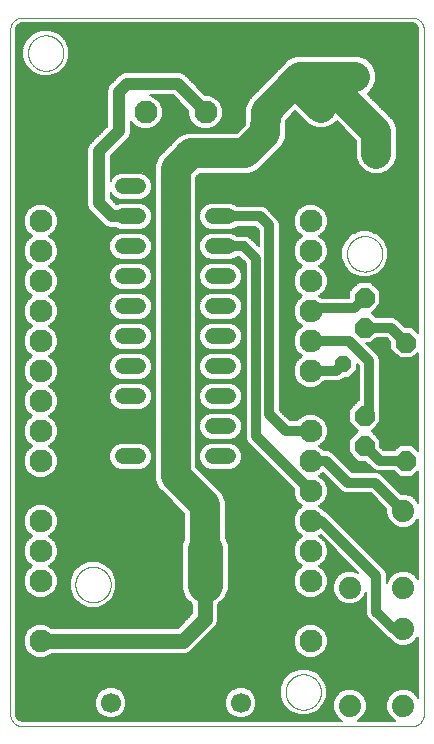
<source format=gtl>
G75*
%MOIN*%
%OFA0B0*%
%FSLAX25Y25*%
%IPPOS*%
%LPD*%
%AMOC8*
5,1,8,0,0,1.08239X$1,22.5*
%
%ADD10C,0.00000*%
%ADD11C,0.05200*%
%ADD12C,0.07600*%
%ADD13C,0.06693*%
%ADD14C,0.11811*%
%ADD15C,0.07677*%
%ADD16C,0.07400*%
%ADD17OC8,0.06300*%
%ADD18C,0.06300*%
%ADD19OC8,0.05200*%
%ADD20OC8,0.06600*%
%ADD21C,0.00600*%
%ADD22C,0.02775*%
%ADD23C,0.03200*%
%ADD24C,0.10000*%
%ADD25C,0.05000*%
%ADD26C,0.04000*%
D10*
X0007206Y0016861D02*
X0137127Y0016861D01*
X0137251Y0016863D01*
X0137374Y0016869D01*
X0137498Y0016878D01*
X0137620Y0016892D01*
X0137743Y0016909D01*
X0137865Y0016931D01*
X0137986Y0016956D01*
X0138106Y0016985D01*
X0138225Y0017017D01*
X0138344Y0017054D01*
X0138461Y0017094D01*
X0138576Y0017137D01*
X0138691Y0017185D01*
X0138803Y0017236D01*
X0138914Y0017290D01*
X0139024Y0017348D01*
X0139131Y0017409D01*
X0139237Y0017474D01*
X0139340Y0017542D01*
X0139441Y0017613D01*
X0139540Y0017687D01*
X0139637Y0017764D01*
X0139731Y0017845D01*
X0139822Y0017928D01*
X0139911Y0018014D01*
X0139997Y0018103D01*
X0140080Y0018194D01*
X0140161Y0018288D01*
X0140238Y0018385D01*
X0140312Y0018484D01*
X0140383Y0018585D01*
X0140451Y0018688D01*
X0140516Y0018794D01*
X0140577Y0018901D01*
X0140635Y0019011D01*
X0140689Y0019122D01*
X0140740Y0019234D01*
X0140788Y0019349D01*
X0140831Y0019464D01*
X0140871Y0019581D01*
X0140908Y0019700D01*
X0140940Y0019819D01*
X0140969Y0019939D01*
X0140994Y0020060D01*
X0141016Y0020182D01*
X0141033Y0020305D01*
X0141047Y0020427D01*
X0141056Y0020551D01*
X0141062Y0020674D01*
X0141064Y0020798D01*
X0141064Y0249145D01*
X0141062Y0249269D01*
X0141056Y0249392D01*
X0141047Y0249516D01*
X0141033Y0249638D01*
X0141016Y0249761D01*
X0140994Y0249883D01*
X0140969Y0250004D01*
X0140940Y0250124D01*
X0140908Y0250243D01*
X0140871Y0250362D01*
X0140831Y0250479D01*
X0140788Y0250594D01*
X0140740Y0250709D01*
X0140689Y0250821D01*
X0140635Y0250932D01*
X0140577Y0251042D01*
X0140516Y0251149D01*
X0140451Y0251255D01*
X0140383Y0251358D01*
X0140312Y0251459D01*
X0140238Y0251558D01*
X0140161Y0251655D01*
X0140080Y0251749D01*
X0139997Y0251840D01*
X0139911Y0251929D01*
X0139822Y0252015D01*
X0139731Y0252098D01*
X0139637Y0252179D01*
X0139540Y0252256D01*
X0139441Y0252330D01*
X0139340Y0252401D01*
X0139237Y0252469D01*
X0139131Y0252534D01*
X0139024Y0252595D01*
X0138914Y0252653D01*
X0138803Y0252707D01*
X0138691Y0252758D01*
X0138576Y0252806D01*
X0138461Y0252849D01*
X0138344Y0252889D01*
X0138225Y0252926D01*
X0138106Y0252958D01*
X0137986Y0252987D01*
X0137865Y0253012D01*
X0137743Y0253034D01*
X0137620Y0253051D01*
X0137498Y0253065D01*
X0137374Y0253074D01*
X0137251Y0253080D01*
X0137127Y0253082D01*
X0007206Y0253082D01*
X0007082Y0253080D01*
X0006959Y0253074D01*
X0006835Y0253065D01*
X0006713Y0253051D01*
X0006590Y0253034D01*
X0006468Y0253012D01*
X0006347Y0252987D01*
X0006227Y0252958D01*
X0006108Y0252926D01*
X0005989Y0252889D01*
X0005872Y0252849D01*
X0005757Y0252806D01*
X0005642Y0252758D01*
X0005530Y0252707D01*
X0005419Y0252653D01*
X0005309Y0252595D01*
X0005202Y0252534D01*
X0005096Y0252469D01*
X0004993Y0252401D01*
X0004892Y0252330D01*
X0004793Y0252256D01*
X0004696Y0252179D01*
X0004602Y0252098D01*
X0004511Y0252015D01*
X0004422Y0251929D01*
X0004336Y0251840D01*
X0004253Y0251749D01*
X0004172Y0251655D01*
X0004095Y0251558D01*
X0004021Y0251459D01*
X0003950Y0251358D01*
X0003882Y0251255D01*
X0003817Y0251149D01*
X0003756Y0251042D01*
X0003698Y0250932D01*
X0003644Y0250821D01*
X0003593Y0250709D01*
X0003545Y0250594D01*
X0003502Y0250479D01*
X0003462Y0250362D01*
X0003425Y0250243D01*
X0003393Y0250124D01*
X0003364Y0250004D01*
X0003339Y0249883D01*
X0003317Y0249761D01*
X0003300Y0249638D01*
X0003286Y0249516D01*
X0003277Y0249392D01*
X0003271Y0249269D01*
X0003269Y0249145D01*
X0003269Y0020798D01*
X0003271Y0020674D01*
X0003277Y0020551D01*
X0003286Y0020427D01*
X0003300Y0020305D01*
X0003317Y0020182D01*
X0003339Y0020060D01*
X0003364Y0019939D01*
X0003393Y0019819D01*
X0003425Y0019700D01*
X0003462Y0019581D01*
X0003502Y0019464D01*
X0003545Y0019349D01*
X0003593Y0019234D01*
X0003644Y0019122D01*
X0003698Y0019011D01*
X0003756Y0018901D01*
X0003817Y0018794D01*
X0003882Y0018688D01*
X0003950Y0018585D01*
X0004021Y0018484D01*
X0004095Y0018385D01*
X0004172Y0018288D01*
X0004253Y0018194D01*
X0004336Y0018103D01*
X0004422Y0018014D01*
X0004511Y0017928D01*
X0004602Y0017845D01*
X0004696Y0017764D01*
X0004793Y0017687D01*
X0004892Y0017613D01*
X0004993Y0017542D01*
X0005096Y0017474D01*
X0005202Y0017409D01*
X0005309Y0017348D01*
X0005419Y0017290D01*
X0005530Y0017236D01*
X0005642Y0017185D01*
X0005757Y0017137D01*
X0005872Y0017094D01*
X0005989Y0017054D01*
X0006108Y0017017D01*
X0006227Y0016985D01*
X0006347Y0016956D01*
X0006468Y0016931D01*
X0006590Y0016909D01*
X0006713Y0016892D01*
X0006835Y0016878D01*
X0006959Y0016869D01*
X0007082Y0016863D01*
X0007206Y0016861D01*
X0024922Y0064106D02*
X0024924Y0064259D01*
X0024930Y0064413D01*
X0024940Y0064566D01*
X0024954Y0064718D01*
X0024972Y0064871D01*
X0024994Y0065022D01*
X0025019Y0065173D01*
X0025049Y0065324D01*
X0025083Y0065474D01*
X0025120Y0065622D01*
X0025161Y0065770D01*
X0025206Y0065916D01*
X0025255Y0066062D01*
X0025308Y0066206D01*
X0025364Y0066348D01*
X0025424Y0066489D01*
X0025488Y0066629D01*
X0025555Y0066767D01*
X0025626Y0066903D01*
X0025701Y0067037D01*
X0025778Y0067169D01*
X0025860Y0067299D01*
X0025944Y0067427D01*
X0026032Y0067553D01*
X0026123Y0067676D01*
X0026217Y0067797D01*
X0026315Y0067915D01*
X0026415Y0068031D01*
X0026519Y0068144D01*
X0026625Y0068255D01*
X0026734Y0068363D01*
X0026846Y0068468D01*
X0026960Y0068569D01*
X0027078Y0068668D01*
X0027197Y0068764D01*
X0027319Y0068857D01*
X0027444Y0068946D01*
X0027571Y0069033D01*
X0027700Y0069115D01*
X0027831Y0069195D01*
X0027964Y0069271D01*
X0028099Y0069344D01*
X0028236Y0069413D01*
X0028375Y0069478D01*
X0028515Y0069540D01*
X0028657Y0069598D01*
X0028800Y0069653D01*
X0028945Y0069704D01*
X0029091Y0069751D01*
X0029238Y0069794D01*
X0029386Y0069833D01*
X0029535Y0069869D01*
X0029685Y0069900D01*
X0029836Y0069928D01*
X0029987Y0069952D01*
X0030140Y0069972D01*
X0030292Y0069988D01*
X0030445Y0070000D01*
X0030598Y0070008D01*
X0030751Y0070012D01*
X0030905Y0070012D01*
X0031058Y0070008D01*
X0031211Y0070000D01*
X0031364Y0069988D01*
X0031516Y0069972D01*
X0031669Y0069952D01*
X0031820Y0069928D01*
X0031971Y0069900D01*
X0032121Y0069869D01*
X0032270Y0069833D01*
X0032418Y0069794D01*
X0032565Y0069751D01*
X0032711Y0069704D01*
X0032856Y0069653D01*
X0032999Y0069598D01*
X0033141Y0069540D01*
X0033281Y0069478D01*
X0033420Y0069413D01*
X0033557Y0069344D01*
X0033692Y0069271D01*
X0033825Y0069195D01*
X0033956Y0069115D01*
X0034085Y0069033D01*
X0034212Y0068946D01*
X0034337Y0068857D01*
X0034459Y0068764D01*
X0034578Y0068668D01*
X0034696Y0068569D01*
X0034810Y0068468D01*
X0034922Y0068363D01*
X0035031Y0068255D01*
X0035137Y0068144D01*
X0035241Y0068031D01*
X0035341Y0067915D01*
X0035439Y0067797D01*
X0035533Y0067676D01*
X0035624Y0067553D01*
X0035712Y0067427D01*
X0035796Y0067299D01*
X0035878Y0067169D01*
X0035955Y0067037D01*
X0036030Y0066903D01*
X0036101Y0066767D01*
X0036168Y0066629D01*
X0036232Y0066489D01*
X0036292Y0066348D01*
X0036348Y0066206D01*
X0036401Y0066062D01*
X0036450Y0065916D01*
X0036495Y0065770D01*
X0036536Y0065622D01*
X0036573Y0065474D01*
X0036607Y0065324D01*
X0036637Y0065173D01*
X0036662Y0065022D01*
X0036684Y0064871D01*
X0036702Y0064718D01*
X0036716Y0064566D01*
X0036726Y0064413D01*
X0036732Y0064259D01*
X0036734Y0064106D01*
X0036732Y0063953D01*
X0036726Y0063799D01*
X0036716Y0063646D01*
X0036702Y0063494D01*
X0036684Y0063341D01*
X0036662Y0063190D01*
X0036637Y0063039D01*
X0036607Y0062888D01*
X0036573Y0062738D01*
X0036536Y0062590D01*
X0036495Y0062442D01*
X0036450Y0062296D01*
X0036401Y0062150D01*
X0036348Y0062006D01*
X0036292Y0061864D01*
X0036232Y0061723D01*
X0036168Y0061583D01*
X0036101Y0061445D01*
X0036030Y0061309D01*
X0035955Y0061175D01*
X0035878Y0061043D01*
X0035796Y0060913D01*
X0035712Y0060785D01*
X0035624Y0060659D01*
X0035533Y0060536D01*
X0035439Y0060415D01*
X0035341Y0060297D01*
X0035241Y0060181D01*
X0035137Y0060068D01*
X0035031Y0059957D01*
X0034922Y0059849D01*
X0034810Y0059744D01*
X0034696Y0059643D01*
X0034578Y0059544D01*
X0034459Y0059448D01*
X0034337Y0059355D01*
X0034212Y0059266D01*
X0034085Y0059179D01*
X0033956Y0059097D01*
X0033825Y0059017D01*
X0033692Y0058941D01*
X0033557Y0058868D01*
X0033420Y0058799D01*
X0033281Y0058734D01*
X0033141Y0058672D01*
X0032999Y0058614D01*
X0032856Y0058559D01*
X0032711Y0058508D01*
X0032565Y0058461D01*
X0032418Y0058418D01*
X0032270Y0058379D01*
X0032121Y0058343D01*
X0031971Y0058312D01*
X0031820Y0058284D01*
X0031669Y0058260D01*
X0031516Y0058240D01*
X0031364Y0058224D01*
X0031211Y0058212D01*
X0031058Y0058204D01*
X0030905Y0058200D01*
X0030751Y0058200D01*
X0030598Y0058204D01*
X0030445Y0058212D01*
X0030292Y0058224D01*
X0030140Y0058240D01*
X0029987Y0058260D01*
X0029836Y0058284D01*
X0029685Y0058312D01*
X0029535Y0058343D01*
X0029386Y0058379D01*
X0029238Y0058418D01*
X0029091Y0058461D01*
X0028945Y0058508D01*
X0028800Y0058559D01*
X0028657Y0058614D01*
X0028515Y0058672D01*
X0028375Y0058734D01*
X0028236Y0058799D01*
X0028099Y0058868D01*
X0027964Y0058941D01*
X0027831Y0059017D01*
X0027700Y0059097D01*
X0027571Y0059179D01*
X0027444Y0059266D01*
X0027319Y0059355D01*
X0027197Y0059448D01*
X0027078Y0059544D01*
X0026960Y0059643D01*
X0026846Y0059744D01*
X0026734Y0059849D01*
X0026625Y0059957D01*
X0026519Y0060068D01*
X0026415Y0060181D01*
X0026315Y0060297D01*
X0026217Y0060415D01*
X0026123Y0060536D01*
X0026032Y0060659D01*
X0025944Y0060785D01*
X0025860Y0060913D01*
X0025778Y0061043D01*
X0025701Y0061175D01*
X0025626Y0061309D01*
X0025555Y0061445D01*
X0025488Y0061583D01*
X0025424Y0061723D01*
X0025364Y0061864D01*
X0025308Y0062006D01*
X0025255Y0062150D01*
X0025206Y0062296D01*
X0025161Y0062442D01*
X0025120Y0062590D01*
X0025083Y0062738D01*
X0025049Y0062888D01*
X0025019Y0063039D01*
X0024994Y0063190D01*
X0024972Y0063341D01*
X0024954Y0063494D01*
X0024940Y0063646D01*
X0024930Y0063799D01*
X0024924Y0063953D01*
X0024922Y0064106D01*
X0095000Y0028279D02*
X0095002Y0028432D01*
X0095008Y0028586D01*
X0095018Y0028739D01*
X0095032Y0028891D01*
X0095050Y0029044D01*
X0095072Y0029195D01*
X0095097Y0029346D01*
X0095127Y0029497D01*
X0095161Y0029647D01*
X0095198Y0029795D01*
X0095239Y0029943D01*
X0095284Y0030089D01*
X0095333Y0030235D01*
X0095386Y0030379D01*
X0095442Y0030521D01*
X0095502Y0030662D01*
X0095566Y0030802D01*
X0095633Y0030940D01*
X0095704Y0031076D01*
X0095779Y0031210D01*
X0095856Y0031342D01*
X0095938Y0031472D01*
X0096022Y0031600D01*
X0096110Y0031726D01*
X0096201Y0031849D01*
X0096295Y0031970D01*
X0096393Y0032088D01*
X0096493Y0032204D01*
X0096597Y0032317D01*
X0096703Y0032428D01*
X0096812Y0032536D01*
X0096924Y0032641D01*
X0097038Y0032742D01*
X0097156Y0032841D01*
X0097275Y0032937D01*
X0097397Y0033030D01*
X0097522Y0033119D01*
X0097649Y0033206D01*
X0097778Y0033288D01*
X0097909Y0033368D01*
X0098042Y0033444D01*
X0098177Y0033517D01*
X0098314Y0033586D01*
X0098453Y0033651D01*
X0098593Y0033713D01*
X0098735Y0033771D01*
X0098878Y0033826D01*
X0099023Y0033877D01*
X0099169Y0033924D01*
X0099316Y0033967D01*
X0099464Y0034006D01*
X0099613Y0034042D01*
X0099763Y0034073D01*
X0099914Y0034101D01*
X0100065Y0034125D01*
X0100218Y0034145D01*
X0100370Y0034161D01*
X0100523Y0034173D01*
X0100676Y0034181D01*
X0100829Y0034185D01*
X0100983Y0034185D01*
X0101136Y0034181D01*
X0101289Y0034173D01*
X0101442Y0034161D01*
X0101594Y0034145D01*
X0101747Y0034125D01*
X0101898Y0034101D01*
X0102049Y0034073D01*
X0102199Y0034042D01*
X0102348Y0034006D01*
X0102496Y0033967D01*
X0102643Y0033924D01*
X0102789Y0033877D01*
X0102934Y0033826D01*
X0103077Y0033771D01*
X0103219Y0033713D01*
X0103359Y0033651D01*
X0103498Y0033586D01*
X0103635Y0033517D01*
X0103770Y0033444D01*
X0103903Y0033368D01*
X0104034Y0033288D01*
X0104163Y0033206D01*
X0104290Y0033119D01*
X0104415Y0033030D01*
X0104537Y0032937D01*
X0104656Y0032841D01*
X0104774Y0032742D01*
X0104888Y0032641D01*
X0105000Y0032536D01*
X0105109Y0032428D01*
X0105215Y0032317D01*
X0105319Y0032204D01*
X0105419Y0032088D01*
X0105517Y0031970D01*
X0105611Y0031849D01*
X0105702Y0031726D01*
X0105790Y0031600D01*
X0105874Y0031472D01*
X0105956Y0031342D01*
X0106033Y0031210D01*
X0106108Y0031076D01*
X0106179Y0030940D01*
X0106246Y0030802D01*
X0106310Y0030662D01*
X0106370Y0030521D01*
X0106426Y0030379D01*
X0106479Y0030235D01*
X0106528Y0030089D01*
X0106573Y0029943D01*
X0106614Y0029795D01*
X0106651Y0029647D01*
X0106685Y0029497D01*
X0106715Y0029346D01*
X0106740Y0029195D01*
X0106762Y0029044D01*
X0106780Y0028891D01*
X0106794Y0028739D01*
X0106804Y0028586D01*
X0106810Y0028432D01*
X0106812Y0028279D01*
X0106810Y0028126D01*
X0106804Y0027972D01*
X0106794Y0027819D01*
X0106780Y0027667D01*
X0106762Y0027514D01*
X0106740Y0027363D01*
X0106715Y0027212D01*
X0106685Y0027061D01*
X0106651Y0026911D01*
X0106614Y0026763D01*
X0106573Y0026615D01*
X0106528Y0026469D01*
X0106479Y0026323D01*
X0106426Y0026179D01*
X0106370Y0026037D01*
X0106310Y0025896D01*
X0106246Y0025756D01*
X0106179Y0025618D01*
X0106108Y0025482D01*
X0106033Y0025348D01*
X0105956Y0025216D01*
X0105874Y0025086D01*
X0105790Y0024958D01*
X0105702Y0024832D01*
X0105611Y0024709D01*
X0105517Y0024588D01*
X0105419Y0024470D01*
X0105319Y0024354D01*
X0105215Y0024241D01*
X0105109Y0024130D01*
X0105000Y0024022D01*
X0104888Y0023917D01*
X0104774Y0023816D01*
X0104656Y0023717D01*
X0104537Y0023621D01*
X0104415Y0023528D01*
X0104290Y0023439D01*
X0104163Y0023352D01*
X0104034Y0023270D01*
X0103903Y0023190D01*
X0103770Y0023114D01*
X0103635Y0023041D01*
X0103498Y0022972D01*
X0103359Y0022907D01*
X0103219Y0022845D01*
X0103077Y0022787D01*
X0102934Y0022732D01*
X0102789Y0022681D01*
X0102643Y0022634D01*
X0102496Y0022591D01*
X0102348Y0022552D01*
X0102199Y0022516D01*
X0102049Y0022485D01*
X0101898Y0022457D01*
X0101747Y0022433D01*
X0101594Y0022413D01*
X0101442Y0022397D01*
X0101289Y0022385D01*
X0101136Y0022377D01*
X0100983Y0022373D01*
X0100829Y0022373D01*
X0100676Y0022377D01*
X0100523Y0022385D01*
X0100370Y0022397D01*
X0100218Y0022413D01*
X0100065Y0022433D01*
X0099914Y0022457D01*
X0099763Y0022485D01*
X0099613Y0022516D01*
X0099464Y0022552D01*
X0099316Y0022591D01*
X0099169Y0022634D01*
X0099023Y0022681D01*
X0098878Y0022732D01*
X0098735Y0022787D01*
X0098593Y0022845D01*
X0098453Y0022907D01*
X0098314Y0022972D01*
X0098177Y0023041D01*
X0098042Y0023114D01*
X0097909Y0023190D01*
X0097778Y0023270D01*
X0097649Y0023352D01*
X0097522Y0023439D01*
X0097397Y0023528D01*
X0097275Y0023621D01*
X0097156Y0023717D01*
X0097038Y0023816D01*
X0096924Y0023917D01*
X0096812Y0024022D01*
X0096703Y0024130D01*
X0096597Y0024241D01*
X0096493Y0024354D01*
X0096393Y0024470D01*
X0096295Y0024588D01*
X0096201Y0024709D01*
X0096110Y0024832D01*
X0096022Y0024958D01*
X0095938Y0025086D01*
X0095856Y0025216D01*
X0095779Y0025348D01*
X0095704Y0025482D01*
X0095633Y0025618D01*
X0095566Y0025756D01*
X0095502Y0025896D01*
X0095442Y0026037D01*
X0095386Y0026179D01*
X0095333Y0026323D01*
X0095284Y0026469D01*
X0095239Y0026615D01*
X0095198Y0026763D01*
X0095161Y0026911D01*
X0095127Y0027061D01*
X0095097Y0027212D01*
X0095072Y0027363D01*
X0095050Y0027514D01*
X0095032Y0027667D01*
X0095018Y0027819D01*
X0095008Y0027972D01*
X0095002Y0028126D01*
X0095000Y0028279D01*
X0115473Y0174342D02*
X0115475Y0174495D01*
X0115481Y0174649D01*
X0115491Y0174802D01*
X0115505Y0174954D01*
X0115523Y0175107D01*
X0115545Y0175258D01*
X0115570Y0175409D01*
X0115600Y0175560D01*
X0115634Y0175710D01*
X0115671Y0175858D01*
X0115712Y0176006D01*
X0115757Y0176152D01*
X0115806Y0176298D01*
X0115859Y0176442D01*
X0115915Y0176584D01*
X0115975Y0176725D01*
X0116039Y0176865D01*
X0116106Y0177003D01*
X0116177Y0177139D01*
X0116252Y0177273D01*
X0116329Y0177405D01*
X0116411Y0177535D01*
X0116495Y0177663D01*
X0116583Y0177789D01*
X0116674Y0177912D01*
X0116768Y0178033D01*
X0116866Y0178151D01*
X0116966Y0178267D01*
X0117070Y0178380D01*
X0117176Y0178491D01*
X0117285Y0178599D01*
X0117397Y0178704D01*
X0117511Y0178805D01*
X0117629Y0178904D01*
X0117748Y0179000D01*
X0117870Y0179093D01*
X0117995Y0179182D01*
X0118122Y0179269D01*
X0118251Y0179351D01*
X0118382Y0179431D01*
X0118515Y0179507D01*
X0118650Y0179580D01*
X0118787Y0179649D01*
X0118926Y0179714D01*
X0119066Y0179776D01*
X0119208Y0179834D01*
X0119351Y0179889D01*
X0119496Y0179940D01*
X0119642Y0179987D01*
X0119789Y0180030D01*
X0119937Y0180069D01*
X0120086Y0180105D01*
X0120236Y0180136D01*
X0120387Y0180164D01*
X0120538Y0180188D01*
X0120691Y0180208D01*
X0120843Y0180224D01*
X0120996Y0180236D01*
X0121149Y0180244D01*
X0121302Y0180248D01*
X0121456Y0180248D01*
X0121609Y0180244D01*
X0121762Y0180236D01*
X0121915Y0180224D01*
X0122067Y0180208D01*
X0122220Y0180188D01*
X0122371Y0180164D01*
X0122522Y0180136D01*
X0122672Y0180105D01*
X0122821Y0180069D01*
X0122969Y0180030D01*
X0123116Y0179987D01*
X0123262Y0179940D01*
X0123407Y0179889D01*
X0123550Y0179834D01*
X0123692Y0179776D01*
X0123832Y0179714D01*
X0123971Y0179649D01*
X0124108Y0179580D01*
X0124243Y0179507D01*
X0124376Y0179431D01*
X0124507Y0179351D01*
X0124636Y0179269D01*
X0124763Y0179182D01*
X0124888Y0179093D01*
X0125010Y0179000D01*
X0125129Y0178904D01*
X0125247Y0178805D01*
X0125361Y0178704D01*
X0125473Y0178599D01*
X0125582Y0178491D01*
X0125688Y0178380D01*
X0125792Y0178267D01*
X0125892Y0178151D01*
X0125990Y0178033D01*
X0126084Y0177912D01*
X0126175Y0177789D01*
X0126263Y0177663D01*
X0126347Y0177535D01*
X0126429Y0177405D01*
X0126506Y0177273D01*
X0126581Y0177139D01*
X0126652Y0177003D01*
X0126719Y0176865D01*
X0126783Y0176725D01*
X0126843Y0176584D01*
X0126899Y0176442D01*
X0126952Y0176298D01*
X0127001Y0176152D01*
X0127046Y0176006D01*
X0127087Y0175858D01*
X0127124Y0175710D01*
X0127158Y0175560D01*
X0127188Y0175409D01*
X0127213Y0175258D01*
X0127235Y0175107D01*
X0127253Y0174954D01*
X0127267Y0174802D01*
X0127277Y0174649D01*
X0127283Y0174495D01*
X0127285Y0174342D01*
X0127283Y0174189D01*
X0127277Y0174035D01*
X0127267Y0173882D01*
X0127253Y0173730D01*
X0127235Y0173577D01*
X0127213Y0173426D01*
X0127188Y0173275D01*
X0127158Y0173124D01*
X0127124Y0172974D01*
X0127087Y0172826D01*
X0127046Y0172678D01*
X0127001Y0172532D01*
X0126952Y0172386D01*
X0126899Y0172242D01*
X0126843Y0172100D01*
X0126783Y0171959D01*
X0126719Y0171819D01*
X0126652Y0171681D01*
X0126581Y0171545D01*
X0126506Y0171411D01*
X0126429Y0171279D01*
X0126347Y0171149D01*
X0126263Y0171021D01*
X0126175Y0170895D01*
X0126084Y0170772D01*
X0125990Y0170651D01*
X0125892Y0170533D01*
X0125792Y0170417D01*
X0125688Y0170304D01*
X0125582Y0170193D01*
X0125473Y0170085D01*
X0125361Y0169980D01*
X0125247Y0169879D01*
X0125129Y0169780D01*
X0125010Y0169684D01*
X0124888Y0169591D01*
X0124763Y0169502D01*
X0124636Y0169415D01*
X0124507Y0169333D01*
X0124376Y0169253D01*
X0124243Y0169177D01*
X0124108Y0169104D01*
X0123971Y0169035D01*
X0123832Y0168970D01*
X0123692Y0168908D01*
X0123550Y0168850D01*
X0123407Y0168795D01*
X0123262Y0168744D01*
X0123116Y0168697D01*
X0122969Y0168654D01*
X0122821Y0168615D01*
X0122672Y0168579D01*
X0122522Y0168548D01*
X0122371Y0168520D01*
X0122220Y0168496D01*
X0122067Y0168476D01*
X0121915Y0168460D01*
X0121762Y0168448D01*
X0121609Y0168440D01*
X0121456Y0168436D01*
X0121302Y0168436D01*
X0121149Y0168440D01*
X0120996Y0168448D01*
X0120843Y0168460D01*
X0120691Y0168476D01*
X0120538Y0168496D01*
X0120387Y0168520D01*
X0120236Y0168548D01*
X0120086Y0168579D01*
X0119937Y0168615D01*
X0119789Y0168654D01*
X0119642Y0168697D01*
X0119496Y0168744D01*
X0119351Y0168795D01*
X0119208Y0168850D01*
X0119066Y0168908D01*
X0118926Y0168970D01*
X0118787Y0169035D01*
X0118650Y0169104D01*
X0118515Y0169177D01*
X0118382Y0169253D01*
X0118251Y0169333D01*
X0118122Y0169415D01*
X0117995Y0169502D01*
X0117870Y0169591D01*
X0117748Y0169684D01*
X0117629Y0169780D01*
X0117511Y0169879D01*
X0117397Y0169980D01*
X0117285Y0170085D01*
X0117176Y0170193D01*
X0117070Y0170304D01*
X0116966Y0170417D01*
X0116866Y0170533D01*
X0116768Y0170651D01*
X0116674Y0170772D01*
X0116583Y0170895D01*
X0116495Y0171021D01*
X0116411Y0171149D01*
X0116329Y0171279D01*
X0116252Y0171411D01*
X0116177Y0171545D01*
X0116106Y0171681D01*
X0116039Y0171819D01*
X0115975Y0171959D01*
X0115915Y0172100D01*
X0115859Y0172242D01*
X0115806Y0172386D01*
X0115757Y0172532D01*
X0115712Y0172678D01*
X0115671Y0172826D01*
X0115634Y0172974D01*
X0115600Y0173124D01*
X0115570Y0173275D01*
X0115545Y0173426D01*
X0115523Y0173577D01*
X0115505Y0173730D01*
X0115491Y0173882D01*
X0115481Y0174035D01*
X0115475Y0174189D01*
X0115473Y0174342D01*
X0009174Y0241271D02*
X0009176Y0241424D01*
X0009182Y0241578D01*
X0009192Y0241731D01*
X0009206Y0241883D01*
X0009224Y0242036D01*
X0009246Y0242187D01*
X0009271Y0242338D01*
X0009301Y0242489D01*
X0009335Y0242639D01*
X0009372Y0242787D01*
X0009413Y0242935D01*
X0009458Y0243081D01*
X0009507Y0243227D01*
X0009560Y0243371D01*
X0009616Y0243513D01*
X0009676Y0243654D01*
X0009740Y0243794D01*
X0009807Y0243932D01*
X0009878Y0244068D01*
X0009953Y0244202D01*
X0010030Y0244334D01*
X0010112Y0244464D01*
X0010196Y0244592D01*
X0010284Y0244718D01*
X0010375Y0244841D01*
X0010469Y0244962D01*
X0010567Y0245080D01*
X0010667Y0245196D01*
X0010771Y0245309D01*
X0010877Y0245420D01*
X0010986Y0245528D01*
X0011098Y0245633D01*
X0011212Y0245734D01*
X0011330Y0245833D01*
X0011449Y0245929D01*
X0011571Y0246022D01*
X0011696Y0246111D01*
X0011823Y0246198D01*
X0011952Y0246280D01*
X0012083Y0246360D01*
X0012216Y0246436D01*
X0012351Y0246509D01*
X0012488Y0246578D01*
X0012627Y0246643D01*
X0012767Y0246705D01*
X0012909Y0246763D01*
X0013052Y0246818D01*
X0013197Y0246869D01*
X0013343Y0246916D01*
X0013490Y0246959D01*
X0013638Y0246998D01*
X0013787Y0247034D01*
X0013937Y0247065D01*
X0014088Y0247093D01*
X0014239Y0247117D01*
X0014392Y0247137D01*
X0014544Y0247153D01*
X0014697Y0247165D01*
X0014850Y0247173D01*
X0015003Y0247177D01*
X0015157Y0247177D01*
X0015310Y0247173D01*
X0015463Y0247165D01*
X0015616Y0247153D01*
X0015768Y0247137D01*
X0015921Y0247117D01*
X0016072Y0247093D01*
X0016223Y0247065D01*
X0016373Y0247034D01*
X0016522Y0246998D01*
X0016670Y0246959D01*
X0016817Y0246916D01*
X0016963Y0246869D01*
X0017108Y0246818D01*
X0017251Y0246763D01*
X0017393Y0246705D01*
X0017533Y0246643D01*
X0017672Y0246578D01*
X0017809Y0246509D01*
X0017944Y0246436D01*
X0018077Y0246360D01*
X0018208Y0246280D01*
X0018337Y0246198D01*
X0018464Y0246111D01*
X0018589Y0246022D01*
X0018711Y0245929D01*
X0018830Y0245833D01*
X0018948Y0245734D01*
X0019062Y0245633D01*
X0019174Y0245528D01*
X0019283Y0245420D01*
X0019389Y0245309D01*
X0019493Y0245196D01*
X0019593Y0245080D01*
X0019691Y0244962D01*
X0019785Y0244841D01*
X0019876Y0244718D01*
X0019964Y0244592D01*
X0020048Y0244464D01*
X0020130Y0244334D01*
X0020207Y0244202D01*
X0020282Y0244068D01*
X0020353Y0243932D01*
X0020420Y0243794D01*
X0020484Y0243654D01*
X0020544Y0243513D01*
X0020600Y0243371D01*
X0020653Y0243227D01*
X0020702Y0243081D01*
X0020747Y0242935D01*
X0020788Y0242787D01*
X0020825Y0242639D01*
X0020859Y0242489D01*
X0020889Y0242338D01*
X0020914Y0242187D01*
X0020936Y0242036D01*
X0020954Y0241883D01*
X0020968Y0241731D01*
X0020978Y0241578D01*
X0020984Y0241424D01*
X0020986Y0241271D01*
X0020984Y0241118D01*
X0020978Y0240964D01*
X0020968Y0240811D01*
X0020954Y0240659D01*
X0020936Y0240506D01*
X0020914Y0240355D01*
X0020889Y0240204D01*
X0020859Y0240053D01*
X0020825Y0239903D01*
X0020788Y0239755D01*
X0020747Y0239607D01*
X0020702Y0239461D01*
X0020653Y0239315D01*
X0020600Y0239171D01*
X0020544Y0239029D01*
X0020484Y0238888D01*
X0020420Y0238748D01*
X0020353Y0238610D01*
X0020282Y0238474D01*
X0020207Y0238340D01*
X0020130Y0238208D01*
X0020048Y0238078D01*
X0019964Y0237950D01*
X0019876Y0237824D01*
X0019785Y0237701D01*
X0019691Y0237580D01*
X0019593Y0237462D01*
X0019493Y0237346D01*
X0019389Y0237233D01*
X0019283Y0237122D01*
X0019174Y0237014D01*
X0019062Y0236909D01*
X0018948Y0236808D01*
X0018830Y0236709D01*
X0018711Y0236613D01*
X0018589Y0236520D01*
X0018464Y0236431D01*
X0018337Y0236344D01*
X0018208Y0236262D01*
X0018077Y0236182D01*
X0017944Y0236106D01*
X0017809Y0236033D01*
X0017672Y0235964D01*
X0017533Y0235899D01*
X0017393Y0235837D01*
X0017251Y0235779D01*
X0017108Y0235724D01*
X0016963Y0235673D01*
X0016817Y0235626D01*
X0016670Y0235583D01*
X0016522Y0235544D01*
X0016373Y0235508D01*
X0016223Y0235477D01*
X0016072Y0235449D01*
X0015921Y0235425D01*
X0015768Y0235405D01*
X0015616Y0235389D01*
X0015463Y0235377D01*
X0015310Y0235369D01*
X0015157Y0235365D01*
X0015003Y0235365D01*
X0014850Y0235369D01*
X0014697Y0235377D01*
X0014544Y0235389D01*
X0014392Y0235405D01*
X0014239Y0235425D01*
X0014088Y0235449D01*
X0013937Y0235477D01*
X0013787Y0235508D01*
X0013638Y0235544D01*
X0013490Y0235583D01*
X0013343Y0235626D01*
X0013197Y0235673D01*
X0013052Y0235724D01*
X0012909Y0235779D01*
X0012767Y0235837D01*
X0012627Y0235899D01*
X0012488Y0235964D01*
X0012351Y0236033D01*
X0012216Y0236106D01*
X0012083Y0236182D01*
X0011952Y0236262D01*
X0011823Y0236344D01*
X0011696Y0236431D01*
X0011571Y0236520D01*
X0011449Y0236613D01*
X0011330Y0236709D01*
X0011212Y0236808D01*
X0011098Y0236909D01*
X0010986Y0237014D01*
X0010877Y0237122D01*
X0010771Y0237233D01*
X0010667Y0237346D01*
X0010567Y0237462D01*
X0010469Y0237580D01*
X0010375Y0237701D01*
X0010284Y0237824D01*
X0010196Y0237950D01*
X0010112Y0238078D01*
X0010030Y0238208D01*
X0009953Y0238340D01*
X0009878Y0238474D01*
X0009807Y0238610D01*
X0009740Y0238748D01*
X0009676Y0238888D01*
X0009616Y0239029D01*
X0009560Y0239171D01*
X0009507Y0239315D01*
X0009458Y0239461D01*
X0009413Y0239607D01*
X0009372Y0239755D01*
X0009335Y0239903D01*
X0009301Y0240053D01*
X0009271Y0240204D01*
X0009246Y0240355D01*
X0009224Y0240506D01*
X0009206Y0240659D01*
X0009192Y0240811D01*
X0009182Y0240964D01*
X0009176Y0241118D01*
X0009174Y0241271D01*
D11*
X0040787Y0196901D02*
X0045987Y0196901D01*
X0045987Y0186901D02*
X0040787Y0186901D01*
X0040787Y0176901D02*
X0045987Y0176901D01*
X0045987Y0166901D02*
X0040787Y0166901D01*
X0040787Y0156901D02*
X0045987Y0156901D01*
X0045987Y0146901D02*
X0040787Y0146901D01*
X0040787Y0136901D02*
X0045987Y0136901D01*
X0045987Y0126901D02*
X0040787Y0126901D01*
X0040787Y0116901D02*
X0045987Y0116901D01*
X0045987Y0106901D02*
X0040787Y0106901D01*
X0070787Y0106901D02*
X0075987Y0106901D01*
X0075987Y0116901D02*
X0070787Y0116901D01*
X0070787Y0126901D02*
X0075987Y0126901D01*
X0075987Y0136901D02*
X0070787Y0136901D01*
X0070787Y0146901D02*
X0075987Y0146901D01*
X0075987Y0156901D02*
X0070787Y0156901D01*
X0070787Y0166901D02*
X0075987Y0166901D01*
X0075987Y0176901D02*
X0070787Y0176901D01*
X0070787Y0186901D02*
X0075987Y0186901D01*
X0075987Y0196901D02*
X0070787Y0196901D01*
D12*
X0103387Y0185287D03*
X0103387Y0175287D03*
X0103387Y0165287D03*
X0103387Y0155287D03*
X0103387Y0145287D03*
X0103387Y0135287D03*
X0103387Y0125287D03*
X0103387Y0115287D03*
X0103387Y0105287D03*
X0103387Y0095287D03*
X0103387Y0085287D03*
X0103387Y0075287D03*
X0103387Y0065287D03*
X0103387Y0055287D03*
X0103387Y0045287D03*
X0013387Y0045287D03*
X0013387Y0055287D03*
X0013387Y0065287D03*
X0013387Y0075287D03*
X0013387Y0085287D03*
X0013387Y0095287D03*
X0013387Y0105287D03*
X0013387Y0115287D03*
X0013387Y0125287D03*
X0013387Y0135287D03*
X0013387Y0145287D03*
X0013387Y0155287D03*
X0013387Y0165287D03*
X0013387Y0175287D03*
X0013387Y0185287D03*
D13*
X0036733Y0024735D03*
X0080040Y0024735D03*
D14*
X0068229Y0064106D02*
X0068229Y0075917D01*
X0048544Y0075917D02*
X0048544Y0064106D01*
D15*
X0048387Y0221586D03*
X0028387Y0221586D03*
X0068387Y0221586D03*
X0088387Y0221586D03*
D16*
X0116416Y0088717D03*
X0116416Y0063117D03*
X0116416Y0049346D03*
X0116416Y0023746D03*
X0134216Y0023746D03*
X0134216Y0049346D03*
X0134216Y0063117D03*
X0134216Y0088717D03*
D17*
X0125316Y0193720D03*
X0132316Y0233397D03*
D18*
X0118316Y0233397D03*
X0125316Y0207720D03*
D19*
X0106812Y0213043D03*
X0106812Y0223043D03*
X0114292Y0137609D03*
X0114292Y0127609D03*
D20*
X0121379Y0120287D03*
X0121379Y0110287D03*
X0135158Y0105287D03*
X0135158Y0125287D03*
X0135158Y0144657D03*
X0135158Y0164657D03*
X0121379Y0159657D03*
X0121379Y0149657D03*
D21*
X0125067Y0153322D02*
X0139164Y0153322D01*
X0139164Y0152723D02*
X0131900Y0152723D01*
X0132141Y0152624D02*
X0130854Y0153157D01*
X0125233Y0153157D01*
X0123733Y0154657D01*
X0126579Y0157503D01*
X0126579Y0161811D01*
X0123533Y0164857D01*
X0119225Y0164857D01*
X0116179Y0161811D01*
X0116179Y0159731D01*
X0107003Y0159731D01*
X0106615Y0160119D01*
X0106210Y0160287D01*
X0106615Y0160454D01*
X0108219Y0162058D01*
X0109087Y0164153D01*
X0109087Y0166420D01*
X0108219Y0168515D01*
X0106615Y0170119D01*
X0106210Y0170287D01*
X0106615Y0170454D01*
X0108219Y0172058D01*
X0109087Y0174153D01*
X0109087Y0176420D01*
X0108219Y0178515D01*
X0106615Y0180119D01*
X0106210Y0180287D01*
X0106615Y0180454D01*
X0108219Y0182058D01*
X0109087Y0184153D01*
X0109087Y0186420D01*
X0108219Y0188515D01*
X0106615Y0190119D01*
X0104520Y0190987D01*
X0102253Y0190987D01*
X0100158Y0190119D01*
X0098554Y0188515D01*
X0097687Y0186420D01*
X0097687Y0184153D01*
X0098554Y0182058D01*
X0100158Y0180454D01*
X0100563Y0180287D01*
X0100158Y0180119D01*
X0098554Y0178515D01*
X0097687Y0176420D01*
X0097687Y0174153D01*
X0098554Y0172058D01*
X0100158Y0170454D01*
X0100563Y0170287D01*
X0100158Y0170119D01*
X0098554Y0168515D01*
X0097687Y0166420D01*
X0097687Y0164153D01*
X0098554Y0162058D01*
X0100158Y0160454D01*
X0100563Y0160287D01*
X0100158Y0160119D01*
X0098554Y0158515D01*
X0097687Y0156420D01*
X0097687Y0154153D01*
X0098554Y0152058D01*
X0100158Y0150454D01*
X0100563Y0150287D01*
X0100158Y0150119D01*
X0098554Y0148515D01*
X0097687Y0146420D01*
X0097687Y0144153D01*
X0098554Y0142058D01*
X0100158Y0140454D01*
X0100563Y0140287D01*
X0100158Y0140119D01*
X0098554Y0138515D01*
X0097687Y0136420D01*
X0097687Y0134153D01*
X0098554Y0132058D01*
X0100158Y0130454D01*
X0102253Y0129587D01*
X0104520Y0129587D01*
X0106615Y0130454D01*
X0107948Y0131787D01*
X0112665Y0131787D01*
X0113952Y0132319D01*
X0114742Y0133109D01*
X0116156Y0133109D01*
X0118792Y0135745D01*
X0118792Y0137727D01*
X0119454Y0137065D01*
X0119454Y0125487D01*
X0119225Y0125487D01*
X0116179Y0122441D01*
X0116179Y0118133D01*
X0119025Y0115287D01*
X0116179Y0112441D01*
X0116179Y0108133D01*
X0119225Y0105087D01*
X0121629Y0105087D01*
X0123412Y0103304D01*
X0124396Y0102319D01*
X0125683Y0101787D01*
X0131304Y0101787D01*
X0133004Y0100087D01*
X0137312Y0100087D01*
X0139164Y0101938D01*
X0139164Y0091404D01*
X0138963Y0091889D01*
X0137388Y0093464D01*
X0135330Y0094317D01*
X0133565Y0094317D01*
X0127936Y0099946D01*
X0126951Y0100931D01*
X0125665Y0101464D01*
X0117317Y0101464D01*
X0110527Y0108254D01*
X0109240Y0108787D01*
X0107948Y0108787D01*
X0106615Y0110119D01*
X0106210Y0110287D01*
X0106615Y0110454D01*
X0108219Y0112058D01*
X0109087Y0114153D01*
X0109087Y0116420D01*
X0108219Y0118515D01*
X0106615Y0120119D01*
X0104520Y0120987D01*
X0102253Y0120987D01*
X0100158Y0120119D01*
X0098826Y0118787D01*
X0096451Y0118787D01*
X0092989Y0122248D01*
X0092989Y0184487D01*
X0092456Y0185773D01*
X0091472Y0186758D01*
X0088361Y0189868D01*
X0087075Y0190401D01*
X0078851Y0190401D01*
X0078536Y0190716D01*
X0076882Y0191401D01*
X0069891Y0191401D01*
X0068238Y0190716D01*
X0066972Y0189450D01*
X0066287Y0187796D01*
X0066287Y0186006D01*
X0066972Y0184352D01*
X0068238Y0183086D01*
X0069891Y0182401D01*
X0076882Y0182401D01*
X0078536Y0183086D01*
X0078851Y0183401D01*
X0084929Y0183401D01*
X0085989Y0182341D01*
X0085989Y0176886D01*
X0083007Y0179868D01*
X0081721Y0180401D01*
X0078851Y0180401D01*
X0078536Y0180716D01*
X0076882Y0181401D01*
X0069891Y0181401D01*
X0068238Y0180716D01*
X0066972Y0179450D01*
X0066287Y0177796D01*
X0066287Y0176006D01*
X0066972Y0174352D01*
X0068238Y0173086D01*
X0069891Y0172401D01*
X0076882Y0172401D01*
X0078536Y0173086D01*
X0078851Y0173401D01*
X0079575Y0173401D01*
X0081658Y0171317D01*
X0081658Y0112819D01*
X0082191Y0111532D01*
X0083176Y0110548D01*
X0097687Y0096037D01*
X0097687Y0094153D01*
X0098554Y0092058D01*
X0100158Y0090454D01*
X0100563Y0090287D01*
X0100158Y0090119D01*
X0098554Y0088515D01*
X0097687Y0086420D01*
X0097687Y0084153D01*
X0098554Y0082058D01*
X0100158Y0080454D01*
X0100563Y0080287D01*
X0100158Y0080119D01*
X0098554Y0078515D01*
X0097687Y0076420D01*
X0097687Y0074153D01*
X0098554Y0072058D01*
X0100158Y0070454D01*
X0100563Y0070287D01*
X0100158Y0070119D01*
X0098554Y0068515D01*
X0097687Y0066420D01*
X0097687Y0064153D01*
X0098554Y0062058D01*
X0100158Y0060454D01*
X0102253Y0059587D01*
X0104520Y0059587D01*
X0106615Y0060454D01*
X0108219Y0062058D01*
X0109087Y0064153D01*
X0109087Y0066420D01*
X0108219Y0068515D01*
X0106615Y0070119D01*
X0106210Y0070287D01*
X0106615Y0070454D01*
X0108219Y0072058D01*
X0109087Y0074153D01*
X0109087Y0076420D01*
X0108219Y0078515D01*
X0106615Y0080119D01*
X0106210Y0080287D01*
X0106615Y0080454D01*
X0106694Y0080533D01*
X0119205Y0068023D01*
X0117530Y0068717D01*
X0115302Y0068717D01*
X0113244Y0067864D01*
X0111668Y0066289D01*
X0110816Y0064230D01*
X0110816Y0062003D01*
X0111668Y0059944D01*
X0113244Y0058369D01*
X0115302Y0057517D01*
X0117530Y0057517D01*
X0119588Y0058369D01*
X0121163Y0059944D01*
X0121816Y0061520D01*
X0121816Y0054354D01*
X0122349Y0053068D01*
X0128053Y0047364D01*
X0129037Y0046379D01*
X0129455Y0046206D01*
X0129468Y0046174D01*
X0131044Y0044599D01*
X0133102Y0043746D01*
X0135330Y0043746D01*
X0137388Y0044599D01*
X0138963Y0046174D01*
X0139164Y0046659D01*
X0139164Y0026434D01*
X0138963Y0026919D01*
X0137388Y0028494D01*
X0135330Y0029346D01*
X0133102Y0029346D01*
X0131044Y0028494D01*
X0129468Y0026919D01*
X0128616Y0024860D01*
X0128616Y0022633D01*
X0129468Y0020574D01*
X0131044Y0018999D01*
X0131617Y0018761D01*
X0119014Y0018761D01*
X0119588Y0018999D01*
X0121163Y0020574D01*
X0122016Y0022633D01*
X0122016Y0024860D01*
X0121163Y0026919D01*
X0119588Y0028494D01*
X0117530Y0029346D01*
X0115302Y0029346D01*
X0113244Y0028494D01*
X0111668Y0026919D01*
X0110816Y0024860D01*
X0110816Y0022633D01*
X0111668Y0020574D01*
X0113244Y0018999D01*
X0113817Y0018761D01*
X0007205Y0018761D01*
X0006808Y0018801D01*
X0006074Y0019105D01*
X0005512Y0019667D01*
X0005208Y0020401D01*
X0005168Y0020798D01*
X0005168Y0249145D01*
X0005208Y0249542D01*
X0005512Y0250277D01*
X0006074Y0250839D01*
X0006808Y0251143D01*
X0007205Y0251182D01*
X0137127Y0251182D01*
X0137524Y0251143D01*
X0138258Y0250839D01*
X0138820Y0250277D01*
X0139125Y0249542D01*
X0139164Y0249145D01*
X0139164Y0148005D01*
X0137312Y0149857D01*
X0134908Y0149857D01*
X0132141Y0152624D01*
X0132640Y0152125D02*
X0139164Y0152125D01*
X0139164Y0151526D02*
X0133238Y0151526D01*
X0133837Y0150928D02*
X0139164Y0150928D01*
X0139164Y0150329D02*
X0134435Y0150329D01*
X0137438Y0149731D02*
X0139164Y0149731D01*
X0139164Y0149132D02*
X0138036Y0149132D01*
X0138635Y0148534D02*
X0139164Y0148534D01*
X0139164Y0153921D02*
X0124469Y0153921D01*
X0123870Y0154519D02*
X0139164Y0154519D01*
X0139164Y0155118D02*
X0124193Y0155118D01*
X0124792Y0155716D02*
X0139164Y0155716D01*
X0139164Y0156315D02*
X0125390Y0156315D01*
X0125989Y0156913D02*
X0139164Y0156913D01*
X0139164Y0157512D02*
X0126579Y0157512D01*
X0126579Y0158110D02*
X0139164Y0158110D01*
X0139164Y0158709D02*
X0126579Y0158709D01*
X0126579Y0159307D02*
X0139164Y0159307D01*
X0139164Y0159906D02*
X0126579Y0159906D01*
X0126579Y0160504D02*
X0139164Y0160504D01*
X0139164Y0161103D02*
X0126579Y0161103D01*
X0126579Y0161701D02*
X0139164Y0161701D01*
X0139164Y0162300D02*
X0126090Y0162300D01*
X0125491Y0162898D02*
X0139164Y0162898D01*
X0139164Y0163497D02*
X0124893Y0163497D01*
X0124294Y0164095D02*
X0139164Y0164095D01*
X0139164Y0164694D02*
X0123696Y0164694D01*
X0122931Y0166536D02*
X0125800Y0167725D01*
X0127996Y0169920D01*
X0129184Y0172789D01*
X0129184Y0175894D01*
X0127996Y0178763D01*
X0125800Y0180959D01*
X0122931Y0182147D01*
X0119826Y0182147D01*
X0116957Y0180959D01*
X0114762Y0178763D01*
X0113573Y0175894D01*
X0113573Y0172789D01*
X0114762Y0169920D01*
X0116957Y0167725D01*
X0119826Y0166536D01*
X0122931Y0166536D01*
X0124263Y0167088D02*
X0139164Y0167088D01*
X0139164Y0167686D02*
X0125708Y0167686D01*
X0126360Y0168285D02*
X0139164Y0168285D01*
X0139164Y0168883D02*
X0126959Y0168883D01*
X0127557Y0169482D02*
X0139164Y0169482D01*
X0139164Y0170080D02*
X0128062Y0170080D01*
X0128310Y0170679D02*
X0139164Y0170679D01*
X0139164Y0171277D02*
X0128558Y0171277D01*
X0128806Y0171876D02*
X0139164Y0171876D01*
X0139164Y0172474D02*
X0129054Y0172474D01*
X0129184Y0173073D02*
X0139164Y0173073D01*
X0139164Y0173671D02*
X0129184Y0173671D01*
X0129184Y0174270D02*
X0139164Y0174270D01*
X0139164Y0174868D02*
X0129184Y0174868D01*
X0129184Y0175467D02*
X0139164Y0175467D01*
X0139164Y0176065D02*
X0129113Y0176065D01*
X0128865Y0176664D02*
X0139164Y0176664D01*
X0139164Y0177262D02*
X0128618Y0177262D01*
X0128370Y0177861D02*
X0139164Y0177861D01*
X0139164Y0178459D02*
X0128122Y0178459D01*
X0127701Y0179058D02*
X0139164Y0179058D01*
X0139164Y0179656D02*
X0127103Y0179656D01*
X0126504Y0180255D02*
X0139164Y0180255D01*
X0139164Y0180854D02*
X0125906Y0180854D01*
X0124610Y0181452D02*
X0139164Y0181452D01*
X0139164Y0182051D02*
X0123165Y0182051D01*
X0119593Y0182051D02*
X0108212Y0182051D01*
X0108464Y0182649D02*
X0139164Y0182649D01*
X0139164Y0183248D02*
X0108712Y0183248D01*
X0108960Y0183846D02*
X0139164Y0183846D01*
X0139164Y0184445D02*
X0109087Y0184445D01*
X0109087Y0185043D02*
X0139164Y0185043D01*
X0139164Y0185642D02*
X0109087Y0185642D01*
X0109087Y0186240D02*
X0139164Y0186240D01*
X0139164Y0186839D02*
X0108913Y0186839D01*
X0108665Y0187437D02*
X0139164Y0187437D01*
X0139164Y0188036D02*
X0108418Y0188036D01*
X0108100Y0188634D02*
X0139164Y0188634D01*
X0139164Y0189233D02*
X0107502Y0189233D01*
X0106903Y0189831D02*
X0139164Y0189831D01*
X0139164Y0190430D02*
X0105865Y0190430D01*
X0100908Y0190430D02*
X0078822Y0190430D01*
X0077781Y0191028D02*
X0139164Y0191028D01*
X0139164Y0191627D02*
X0065287Y0191627D01*
X0065287Y0192225D02*
X0139164Y0192225D01*
X0139164Y0192824D02*
X0065287Y0192824D01*
X0065287Y0193422D02*
X0139164Y0193422D01*
X0139164Y0194021D02*
X0065287Y0194021D01*
X0065287Y0194619D02*
X0139164Y0194619D01*
X0139164Y0195218D02*
X0065287Y0195218D01*
X0065287Y0195816D02*
X0139164Y0195816D01*
X0139164Y0196415D02*
X0065287Y0196415D01*
X0065287Y0197013D02*
X0139164Y0197013D01*
X0139164Y0197612D02*
X0065287Y0197612D01*
X0065287Y0198210D02*
X0139164Y0198210D01*
X0139164Y0198809D02*
X0065287Y0198809D01*
X0065287Y0199407D02*
X0139164Y0199407D01*
X0139164Y0200006D02*
X0065462Y0200006D01*
X0065287Y0199830D02*
X0066363Y0200906D01*
X0082987Y0200906D01*
X0085523Y0201957D01*
X0093107Y0209541D01*
X0094052Y0210455D01*
X0094076Y0210509D01*
X0094118Y0210551D01*
X0094622Y0211767D01*
X0095145Y0212973D01*
X0095146Y0213033D01*
X0095168Y0213087D01*
X0095168Y0214403D01*
X0095241Y0218761D01*
X0098227Y0221869D01*
X0102903Y0217193D01*
X0105439Y0216143D01*
X0108184Y0216143D01*
X0110720Y0217193D01*
X0111989Y0218462D01*
X0118416Y0212035D01*
X0118416Y0206347D01*
X0119466Y0203811D01*
X0121407Y0201870D01*
X0123943Y0200820D01*
X0126688Y0200820D01*
X0129224Y0201870D01*
X0131165Y0203811D01*
X0132216Y0206347D01*
X0132216Y0216265D01*
X0131165Y0218801D01*
X0122322Y0227645D01*
X0124165Y0229488D01*
X0125216Y0232024D01*
X0125216Y0234769D01*
X0124165Y0237305D01*
X0122224Y0239246D01*
X0119688Y0240297D01*
X0098431Y0240297D01*
X0095895Y0239246D01*
X0094084Y0237435D01*
X0094034Y0237385D01*
X0093968Y0237356D01*
X0093065Y0236416D01*
X0092143Y0235494D01*
X0092116Y0235428D01*
X0083498Y0226457D01*
X0082603Y0225591D01*
X0082551Y0225471D01*
X0082460Y0225376D01*
X0082006Y0224215D01*
X0081510Y0223072D01*
X0081508Y0222942D01*
X0081460Y0222820D01*
X0081485Y0221574D01*
X0081416Y0217365D01*
X0078757Y0214706D01*
X0062132Y0214706D01*
X0059596Y0213656D01*
X0054478Y0208538D01*
X0052537Y0206597D01*
X0051487Y0204061D01*
X0051487Y0098953D01*
X0052537Y0096417D01*
X0054478Y0094476D01*
X0061224Y0087731D01*
X0061260Y0079490D01*
X0060424Y0077469D01*
X0060424Y0062553D01*
X0061612Y0059684D01*
X0063808Y0057488D01*
X0063829Y0057479D01*
X0063829Y0054511D01*
X0059005Y0049687D01*
X0017048Y0049687D01*
X0016615Y0050119D01*
X0014520Y0050987D01*
X0012253Y0050987D01*
X0010158Y0050119D01*
X0008554Y0048515D01*
X0007687Y0046420D01*
X0007687Y0044153D01*
X0008554Y0042058D01*
X0010158Y0040454D01*
X0012253Y0039587D01*
X0014520Y0039587D01*
X0016615Y0040454D01*
X0017048Y0040887D01*
X0061703Y0040887D01*
X0063320Y0041556D01*
X0071959Y0050196D01*
X0072629Y0051813D01*
X0072629Y0057479D01*
X0072651Y0057488D01*
X0074846Y0059684D01*
X0076035Y0062553D01*
X0076035Y0077469D01*
X0075059Y0079824D01*
X0075011Y0090617D01*
X0075011Y0091974D01*
X0075005Y0091989D01*
X0075005Y0092005D01*
X0074480Y0093256D01*
X0073961Y0094510D01*
X0073949Y0094521D01*
X0073943Y0094536D01*
X0072979Y0095491D01*
X0065287Y0103184D01*
X0065287Y0199830D01*
X0066061Y0200604D02*
X0139164Y0200604D01*
X0139164Y0201203D02*
X0127613Y0201203D01*
X0129058Y0201801D02*
X0139164Y0201801D01*
X0139164Y0202400D02*
X0129754Y0202400D01*
X0130353Y0202998D02*
X0139164Y0202998D01*
X0139164Y0203597D02*
X0130951Y0203597D01*
X0131324Y0204195D02*
X0139164Y0204195D01*
X0139164Y0204794D02*
X0131572Y0204794D01*
X0131820Y0205392D02*
X0139164Y0205392D01*
X0139164Y0205991D02*
X0132068Y0205991D01*
X0132216Y0206590D02*
X0139164Y0206590D01*
X0139164Y0207188D02*
X0132216Y0207188D01*
X0132216Y0207787D02*
X0139164Y0207787D01*
X0139164Y0208385D02*
X0132216Y0208385D01*
X0132216Y0208984D02*
X0139164Y0208984D01*
X0139164Y0209582D02*
X0132216Y0209582D01*
X0132216Y0210181D02*
X0139164Y0210181D01*
X0139164Y0210779D02*
X0132216Y0210779D01*
X0132216Y0211378D02*
X0139164Y0211378D01*
X0139164Y0211976D02*
X0132216Y0211976D01*
X0132216Y0212575D02*
X0139164Y0212575D01*
X0139164Y0213173D02*
X0132216Y0213173D01*
X0132216Y0213772D02*
X0139164Y0213772D01*
X0139164Y0214370D02*
X0132216Y0214370D01*
X0132216Y0214969D02*
X0139164Y0214969D01*
X0139164Y0215567D02*
X0132216Y0215567D01*
X0132216Y0216166D02*
X0139164Y0216166D01*
X0139164Y0216764D02*
X0132009Y0216764D01*
X0131761Y0217363D02*
X0139164Y0217363D01*
X0139164Y0217961D02*
X0131513Y0217961D01*
X0131265Y0218560D02*
X0139164Y0218560D01*
X0139164Y0219158D02*
X0130808Y0219158D01*
X0130210Y0219757D02*
X0139164Y0219757D01*
X0139164Y0220355D02*
X0129611Y0220355D01*
X0129013Y0220954D02*
X0139164Y0220954D01*
X0139164Y0221552D02*
X0128414Y0221552D01*
X0127816Y0222151D02*
X0139164Y0222151D01*
X0139164Y0222749D02*
X0127217Y0222749D01*
X0126619Y0223348D02*
X0139164Y0223348D01*
X0139164Y0223946D02*
X0126020Y0223946D01*
X0125422Y0224545D02*
X0139164Y0224545D01*
X0139164Y0225143D02*
X0124823Y0225143D01*
X0124225Y0225742D02*
X0139164Y0225742D01*
X0139164Y0226340D02*
X0123626Y0226340D01*
X0123028Y0226939D02*
X0139164Y0226939D01*
X0139164Y0227537D02*
X0122429Y0227537D01*
X0122813Y0228136D02*
X0139164Y0228136D01*
X0139164Y0228734D02*
X0123411Y0228734D01*
X0124010Y0229333D02*
X0139164Y0229333D01*
X0139164Y0229931D02*
X0124349Y0229931D01*
X0124597Y0230530D02*
X0139164Y0230530D01*
X0139164Y0231128D02*
X0124845Y0231128D01*
X0125093Y0231727D02*
X0139164Y0231727D01*
X0139164Y0232325D02*
X0125216Y0232325D01*
X0125216Y0232924D02*
X0139164Y0232924D01*
X0139164Y0233523D02*
X0125216Y0233523D01*
X0125216Y0234121D02*
X0139164Y0234121D01*
X0139164Y0234720D02*
X0125216Y0234720D01*
X0124988Y0235318D02*
X0139164Y0235318D01*
X0139164Y0235917D02*
X0124741Y0235917D01*
X0124493Y0236515D02*
X0139164Y0236515D01*
X0139164Y0237114D02*
X0124245Y0237114D01*
X0123759Y0237712D02*
X0139164Y0237712D01*
X0139164Y0238311D02*
X0123160Y0238311D01*
X0122562Y0238909D02*
X0139164Y0238909D01*
X0139164Y0239508D02*
X0121594Y0239508D01*
X0120149Y0240106D02*
X0139164Y0240106D01*
X0139164Y0240705D02*
X0022885Y0240705D01*
X0022885Y0241303D02*
X0139164Y0241303D01*
X0139164Y0241902D02*
X0022885Y0241902D01*
X0022885Y0242500D02*
X0139164Y0242500D01*
X0139164Y0243099D02*
X0022771Y0243099D01*
X0022885Y0242823D02*
X0021697Y0245692D01*
X0019501Y0247888D01*
X0016632Y0249076D01*
X0013527Y0249076D01*
X0010658Y0247888D01*
X0008462Y0245692D01*
X0007274Y0242823D01*
X0007274Y0239718D01*
X0008462Y0236849D01*
X0010658Y0234654D01*
X0013527Y0233465D01*
X0016632Y0233465D01*
X0019501Y0234654D01*
X0021697Y0236849D01*
X0022885Y0239718D01*
X0022885Y0242823D01*
X0022523Y0243697D02*
X0139164Y0243697D01*
X0139164Y0244296D02*
X0022275Y0244296D01*
X0022027Y0244894D02*
X0139164Y0244894D01*
X0139164Y0245493D02*
X0021779Y0245493D01*
X0021298Y0246091D02*
X0139164Y0246091D01*
X0139164Y0246690D02*
X0020699Y0246690D01*
X0020101Y0247288D02*
X0139164Y0247288D01*
X0139164Y0247887D02*
X0019502Y0247887D01*
X0018059Y0248485D02*
X0139164Y0248485D01*
X0139164Y0249084D02*
X0005168Y0249084D01*
X0005168Y0248485D02*
X0012100Y0248485D01*
X0010657Y0247887D02*
X0005168Y0247887D01*
X0005168Y0247288D02*
X0010058Y0247288D01*
X0009460Y0246690D02*
X0005168Y0246690D01*
X0005168Y0246091D02*
X0008861Y0246091D01*
X0008380Y0245493D02*
X0005168Y0245493D01*
X0005168Y0244894D02*
X0008132Y0244894D01*
X0007884Y0244296D02*
X0005168Y0244296D01*
X0005168Y0243697D02*
X0007636Y0243697D01*
X0007388Y0243099D02*
X0005168Y0243099D01*
X0005168Y0242500D02*
X0007274Y0242500D01*
X0007274Y0241902D02*
X0005168Y0241902D01*
X0005168Y0241303D02*
X0007274Y0241303D01*
X0007274Y0240705D02*
X0005168Y0240705D01*
X0005168Y0240106D02*
X0007274Y0240106D01*
X0007361Y0239508D02*
X0005168Y0239508D01*
X0005168Y0238909D02*
X0007609Y0238909D01*
X0007857Y0238311D02*
X0005168Y0238311D01*
X0005168Y0237712D02*
X0008105Y0237712D01*
X0008353Y0237114D02*
X0005168Y0237114D01*
X0005168Y0236515D02*
X0008797Y0236515D01*
X0009395Y0235917D02*
X0005168Y0235917D01*
X0005168Y0235318D02*
X0009994Y0235318D01*
X0010592Y0234720D02*
X0005168Y0234720D01*
X0005168Y0234121D02*
X0011944Y0234121D01*
X0013389Y0233523D02*
X0005168Y0233523D01*
X0005168Y0232924D02*
X0038619Y0232924D01*
X0038939Y0233244D02*
X0036183Y0230488D01*
X0035589Y0229054D01*
X0035589Y0216902D01*
X0029490Y0210803D01*
X0028896Y0209369D01*
X0028896Y0190495D01*
X0029490Y0189062D01*
X0030587Y0187965D01*
X0034957Y0183595D01*
X0036390Y0183001D01*
X0038443Y0183001D01*
X0039891Y0182401D01*
X0046882Y0182401D01*
X0048536Y0183086D01*
X0049802Y0184352D01*
X0050487Y0186006D01*
X0050487Y0187796D01*
X0049802Y0189450D01*
X0048536Y0190716D01*
X0046882Y0191401D01*
X0039891Y0191401D01*
X0038682Y0190900D01*
X0036696Y0192886D01*
X0036696Y0195017D01*
X0036972Y0194352D01*
X0038238Y0193086D01*
X0039891Y0192401D01*
X0046882Y0192401D01*
X0048536Y0193086D01*
X0049802Y0194352D01*
X0050487Y0196006D01*
X0050487Y0197796D01*
X0049802Y0199450D01*
X0048536Y0200716D01*
X0046882Y0201401D01*
X0039891Y0201401D01*
X0038238Y0200716D01*
X0036972Y0199450D01*
X0036696Y0198784D01*
X0036696Y0206978D01*
X0042795Y0213077D01*
X0043389Y0214511D01*
X0043389Y0218656D01*
X0043522Y0218335D01*
X0045136Y0216721D01*
X0047245Y0215847D01*
X0049528Y0215847D01*
X0051637Y0216721D01*
X0053252Y0218335D01*
X0054125Y0220444D01*
X0054125Y0222727D01*
X0053252Y0224836D01*
X0051637Y0226451D01*
X0049986Y0227135D01*
X0057461Y0227135D01*
X0062648Y0221859D01*
X0062648Y0220444D01*
X0063522Y0218335D01*
X0065136Y0216721D01*
X0067245Y0215847D01*
X0069528Y0215847D01*
X0071637Y0216721D01*
X0073252Y0218335D01*
X0074125Y0220444D01*
X0074125Y0222727D01*
X0073252Y0224836D01*
X0071637Y0226451D01*
X0069528Y0227324D01*
X0068213Y0227324D01*
X0062408Y0233228D01*
X0062402Y0233244D01*
X0061865Y0233780D01*
X0061332Y0234322D01*
X0061316Y0234329D01*
X0061304Y0234341D01*
X0060603Y0234631D01*
X0059904Y0234928D01*
X0059887Y0234928D01*
X0059871Y0234935D01*
X0059112Y0234935D01*
X0058352Y0234941D01*
X0058337Y0234935D01*
X0041469Y0234935D01*
X0040036Y0234341D01*
X0038939Y0233244D01*
X0038939Y0233244D01*
X0039217Y0233523D02*
X0016770Y0233523D01*
X0018215Y0234121D02*
X0039816Y0234121D01*
X0040950Y0234720D02*
X0019567Y0234720D01*
X0020165Y0235318D02*
X0092010Y0235318D01*
X0092566Y0235917D02*
X0020764Y0235917D01*
X0021362Y0236515D02*
X0093160Y0236515D01*
X0093735Y0237114D02*
X0021806Y0237114D01*
X0022054Y0237712D02*
X0094361Y0237712D01*
X0094960Y0238311D02*
X0022302Y0238311D01*
X0022550Y0238909D02*
X0095558Y0238909D01*
X0096526Y0239508D02*
X0022798Y0239508D01*
X0022885Y0240106D02*
X0097971Y0240106D01*
X0091435Y0234720D02*
X0060395Y0234720D01*
X0061530Y0234121D02*
X0090860Y0234121D01*
X0090285Y0233523D02*
X0062123Y0233523D01*
X0062707Y0232924D02*
X0089711Y0232924D01*
X0089136Y0232325D02*
X0063296Y0232325D01*
X0063884Y0231727D02*
X0088561Y0231727D01*
X0087986Y0231128D02*
X0064473Y0231128D01*
X0065061Y0230530D02*
X0087411Y0230530D01*
X0086836Y0229931D02*
X0065650Y0229931D01*
X0066238Y0229333D02*
X0086261Y0229333D01*
X0085686Y0228734D02*
X0066827Y0228734D01*
X0067415Y0228136D02*
X0085111Y0228136D01*
X0084536Y0227537D02*
X0068004Y0227537D01*
X0070459Y0226939D02*
X0083961Y0226939D01*
X0083378Y0226340D02*
X0071748Y0226340D01*
X0072346Y0225742D02*
X0082759Y0225742D01*
X0082369Y0225143D02*
X0072945Y0225143D01*
X0073372Y0224545D02*
X0082135Y0224545D01*
X0081889Y0223946D02*
X0073620Y0223946D01*
X0073868Y0223348D02*
X0081630Y0223348D01*
X0081462Y0222749D02*
X0074116Y0222749D01*
X0074125Y0222151D02*
X0081474Y0222151D01*
X0081485Y0221552D02*
X0074125Y0221552D01*
X0074125Y0220954D02*
X0081475Y0220954D01*
X0081465Y0220355D02*
X0074088Y0220355D01*
X0073840Y0219757D02*
X0081455Y0219757D01*
X0081445Y0219158D02*
X0073592Y0219158D01*
X0073345Y0218560D02*
X0081436Y0218560D01*
X0081426Y0217961D02*
X0072878Y0217961D01*
X0072279Y0217363D02*
X0081413Y0217363D01*
X0080815Y0216764D02*
X0071681Y0216764D01*
X0070297Y0216166D02*
X0080216Y0216166D01*
X0079618Y0215567D02*
X0043389Y0215567D01*
X0043389Y0214969D02*
X0079019Y0214969D01*
X0087164Y0203597D02*
X0119680Y0203597D01*
X0119307Y0204195D02*
X0087762Y0204195D01*
X0088361Y0204794D02*
X0119059Y0204794D01*
X0118811Y0205392D02*
X0088959Y0205392D01*
X0089558Y0205991D02*
X0118563Y0205991D01*
X0118416Y0206590D02*
X0090156Y0206590D01*
X0090755Y0207188D02*
X0118416Y0207188D01*
X0118416Y0207787D02*
X0091353Y0207787D01*
X0091952Y0208385D02*
X0118416Y0208385D01*
X0118416Y0208984D02*
X0092550Y0208984D01*
X0093150Y0209582D02*
X0118416Y0209582D01*
X0118416Y0210181D02*
X0093769Y0210181D01*
X0094212Y0210779D02*
X0118416Y0210779D01*
X0118416Y0211378D02*
X0094460Y0211378D01*
X0094712Y0211976D02*
X0118416Y0211976D01*
X0117876Y0212575D02*
X0094972Y0212575D01*
X0095168Y0213173D02*
X0117277Y0213173D01*
X0116679Y0213772D02*
X0095168Y0213772D01*
X0095168Y0214370D02*
X0116080Y0214370D01*
X0115482Y0214969D02*
X0095178Y0214969D01*
X0095188Y0215567D02*
X0114883Y0215567D01*
X0114285Y0216166D02*
X0108240Y0216166D01*
X0109685Y0216764D02*
X0113686Y0216764D01*
X0113088Y0217363D02*
X0110890Y0217363D01*
X0111489Y0217961D02*
X0112489Y0217961D01*
X0105383Y0216166D02*
X0095198Y0216166D01*
X0095208Y0216764D02*
X0103938Y0216764D01*
X0102734Y0217363D02*
X0095218Y0217363D01*
X0095227Y0217961D02*
X0102135Y0217961D01*
X0101537Y0218560D02*
X0095237Y0218560D01*
X0095623Y0219158D02*
X0100938Y0219158D01*
X0100339Y0219757D02*
X0096197Y0219757D01*
X0096772Y0220355D02*
X0099741Y0220355D01*
X0099142Y0220954D02*
X0097347Y0220954D01*
X0097922Y0221552D02*
X0098544Y0221552D01*
X0086565Y0202998D02*
X0120279Y0202998D01*
X0120877Y0202400D02*
X0085967Y0202400D01*
X0085148Y0201801D02*
X0121573Y0201801D01*
X0123018Y0201203D02*
X0083704Y0201203D01*
X0088398Y0189831D02*
X0099870Y0189831D01*
X0099272Y0189233D02*
X0088997Y0189233D01*
X0089595Y0188634D02*
X0098673Y0188634D01*
X0098356Y0188036D02*
X0090194Y0188036D01*
X0090792Y0187437D02*
X0098108Y0187437D01*
X0097860Y0186839D02*
X0091391Y0186839D01*
X0091989Y0186240D02*
X0097687Y0186240D01*
X0097687Y0185642D02*
X0092511Y0185642D01*
X0092759Y0185043D02*
X0097687Y0185043D01*
X0097687Y0184445D02*
X0092989Y0184445D01*
X0092989Y0183846D02*
X0097814Y0183846D01*
X0098062Y0183248D02*
X0092989Y0183248D01*
X0092989Y0182649D02*
X0098309Y0182649D01*
X0098562Y0182051D02*
X0092989Y0182051D01*
X0092989Y0181452D02*
X0099160Y0181452D01*
X0099759Y0180854D02*
X0092989Y0180854D01*
X0092989Y0180255D02*
X0100487Y0180255D01*
X0099695Y0179656D02*
X0092989Y0179656D01*
X0092989Y0179058D02*
X0099097Y0179058D01*
X0098531Y0178459D02*
X0092989Y0178459D01*
X0092989Y0177861D02*
X0098283Y0177861D01*
X0098035Y0177262D02*
X0092989Y0177262D01*
X0092989Y0176664D02*
X0097787Y0176664D01*
X0097687Y0176065D02*
X0092989Y0176065D01*
X0092989Y0175467D02*
X0097687Y0175467D01*
X0097687Y0174868D02*
X0092989Y0174868D01*
X0092989Y0174270D02*
X0097687Y0174270D01*
X0097886Y0173671D02*
X0092989Y0173671D01*
X0092989Y0173073D02*
X0098134Y0173073D01*
X0098382Y0172474D02*
X0092989Y0172474D01*
X0092989Y0171876D02*
X0098736Y0171876D01*
X0099335Y0171277D02*
X0092989Y0171277D01*
X0092989Y0170679D02*
X0099933Y0170679D01*
X0100119Y0170080D02*
X0092989Y0170080D01*
X0092989Y0169482D02*
X0099521Y0169482D01*
X0098922Y0168883D02*
X0092989Y0168883D01*
X0092989Y0168285D02*
X0098459Y0168285D01*
X0098211Y0167686D02*
X0092989Y0167686D01*
X0092989Y0167088D02*
X0097963Y0167088D01*
X0097715Y0166489D02*
X0092989Y0166489D01*
X0092989Y0165891D02*
X0097687Y0165891D01*
X0097687Y0165292D02*
X0092989Y0165292D01*
X0092989Y0164694D02*
X0097687Y0164694D01*
X0097710Y0164095D02*
X0092989Y0164095D01*
X0092989Y0163497D02*
X0097958Y0163497D01*
X0098206Y0162898D02*
X0092989Y0162898D01*
X0092989Y0162300D02*
X0098454Y0162300D01*
X0098911Y0161701D02*
X0092989Y0161701D01*
X0092989Y0161103D02*
X0099510Y0161103D01*
X0100108Y0160504D02*
X0092989Y0160504D01*
X0092989Y0159906D02*
X0099945Y0159906D01*
X0099346Y0159307D02*
X0092989Y0159307D01*
X0092989Y0158709D02*
X0098748Y0158709D01*
X0098387Y0158110D02*
X0092989Y0158110D01*
X0092989Y0157512D02*
X0098139Y0157512D01*
X0097891Y0156913D02*
X0092989Y0156913D01*
X0092989Y0156315D02*
X0097687Y0156315D01*
X0097687Y0155716D02*
X0092989Y0155716D01*
X0092989Y0155118D02*
X0097687Y0155118D01*
X0097687Y0154519D02*
X0092989Y0154519D01*
X0092989Y0153921D02*
X0097783Y0153921D01*
X0098031Y0153322D02*
X0092989Y0153322D01*
X0092989Y0152723D02*
X0098279Y0152723D01*
X0098527Y0152125D02*
X0092989Y0152125D01*
X0092989Y0151526D02*
X0099086Y0151526D01*
X0099684Y0150928D02*
X0092989Y0150928D01*
X0092989Y0150329D02*
X0100459Y0150329D01*
X0099770Y0149731D02*
X0092989Y0149731D01*
X0092989Y0149132D02*
X0099171Y0149132D01*
X0098573Y0148534D02*
X0092989Y0148534D01*
X0092989Y0147935D02*
X0098314Y0147935D01*
X0098066Y0147337D02*
X0092989Y0147337D01*
X0092989Y0146738D02*
X0097818Y0146738D01*
X0097687Y0146140D02*
X0092989Y0146140D01*
X0092989Y0145541D02*
X0097687Y0145541D01*
X0097687Y0144943D02*
X0092989Y0144943D01*
X0092989Y0144344D02*
X0097687Y0144344D01*
X0097855Y0143746D02*
X0092989Y0143746D01*
X0092989Y0143147D02*
X0098103Y0143147D01*
X0098351Y0142549D02*
X0092989Y0142549D01*
X0092989Y0141950D02*
X0098662Y0141950D01*
X0099260Y0141352D02*
X0092989Y0141352D01*
X0092989Y0140753D02*
X0099859Y0140753D01*
X0100245Y0140155D02*
X0092989Y0140155D01*
X0092989Y0139556D02*
X0099595Y0139556D01*
X0098997Y0138958D02*
X0092989Y0138958D01*
X0092989Y0138359D02*
X0098490Y0138359D01*
X0098242Y0137761D02*
X0092989Y0137761D01*
X0092989Y0137162D02*
X0097994Y0137162D01*
X0097746Y0136564D02*
X0092989Y0136564D01*
X0092989Y0135965D02*
X0097687Y0135965D01*
X0097687Y0135367D02*
X0092989Y0135367D01*
X0092989Y0134768D02*
X0097687Y0134768D01*
X0097687Y0134170D02*
X0092989Y0134170D01*
X0092989Y0133571D02*
X0097928Y0133571D01*
X0098175Y0132973D02*
X0092989Y0132973D01*
X0092989Y0132374D02*
X0098423Y0132374D01*
X0098837Y0131776D02*
X0092989Y0131776D01*
X0092989Y0131177D02*
X0099435Y0131177D01*
X0100034Y0130579D02*
X0092989Y0130579D01*
X0092989Y0129980D02*
X0101303Y0129980D01*
X0105470Y0129980D02*
X0119454Y0129980D01*
X0119454Y0129382D02*
X0092989Y0129382D01*
X0092989Y0128783D02*
X0119454Y0128783D01*
X0119454Y0128185D02*
X0092989Y0128185D01*
X0092989Y0127586D02*
X0119454Y0127586D01*
X0119454Y0126987D02*
X0092989Y0126987D01*
X0092989Y0126389D02*
X0119454Y0126389D01*
X0119454Y0125790D02*
X0092989Y0125790D01*
X0092989Y0125192D02*
X0118930Y0125192D01*
X0118332Y0124593D02*
X0092989Y0124593D01*
X0092989Y0123995D02*
X0117733Y0123995D01*
X0117135Y0123396D02*
X0092989Y0123396D01*
X0092989Y0122798D02*
X0116536Y0122798D01*
X0116179Y0122199D02*
X0093038Y0122199D01*
X0093636Y0121601D02*
X0116179Y0121601D01*
X0116179Y0121002D02*
X0094235Y0121002D01*
X0094833Y0120404D02*
X0100846Y0120404D01*
X0099844Y0119805D02*
X0095432Y0119805D01*
X0096030Y0119207D02*
X0099246Y0119207D01*
X0105927Y0120404D02*
X0116179Y0120404D01*
X0116179Y0119805D02*
X0106929Y0119805D01*
X0107527Y0119207D02*
X0116179Y0119207D01*
X0116179Y0118608D02*
X0108126Y0118608D01*
X0108428Y0118010D02*
X0116302Y0118010D01*
X0116900Y0117411D02*
X0108676Y0117411D01*
X0108924Y0116813D02*
X0117499Y0116813D01*
X0118097Y0116214D02*
X0109087Y0116214D01*
X0109087Y0115616D02*
X0118696Y0115616D01*
X0118755Y0115017D02*
X0109087Y0115017D01*
X0109087Y0114419D02*
X0118157Y0114419D01*
X0117558Y0113820D02*
X0108949Y0113820D01*
X0108701Y0113222D02*
X0116960Y0113222D01*
X0116361Y0112623D02*
X0108453Y0112623D01*
X0108186Y0112025D02*
X0116179Y0112025D01*
X0116179Y0111426D02*
X0107587Y0111426D01*
X0106989Y0110828D02*
X0116179Y0110828D01*
X0116179Y0110229D02*
X0106349Y0110229D01*
X0107104Y0109631D02*
X0116179Y0109631D01*
X0116179Y0109032D02*
X0107702Y0109032D01*
X0110092Y0108434D02*
X0116179Y0108434D01*
X0116476Y0107835D02*
X0110945Y0107835D01*
X0111544Y0107237D02*
X0117075Y0107237D01*
X0117673Y0106638D02*
X0112142Y0106638D01*
X0112741Y0106040D02*
X0118272Y0106040D01*
X0118870Y0105441D02*
X0113339Y0105441D01*
X0113938Y0104843D02*
X0121873Y0104843D01*
X0122472Y0104244D02*
X0114536Y0104244D01*
X0115135Y0103646D02*
X0123070Y0103646D01*
X0123669Y0103047D02*
X0115733Y0103047D01*
X0116332Y0102449D02*
X0124267Y0102449D01*
X0125529Y0101850D02*
X0116930Y0101850D01*
X0112418Y0096463D02*
X0109069Y0096463D01*
X0109087Y0096420D02*
X0108219Y0098515D01*
X0106615Y0100119D01*
X0106210Y0100287D01*
X0106615Y0100454D01*
X0107521Y0101360D01*
X0112900Y0095981D01*
X0113884Y0094997D01*
X0115171Y0094464D01*
X0123519Y0094464D01*
X0128616Y0089367D01*
X0128616Y0087603D01*
X0129468Y0085544D01*
X0131044Y0083969D01*
X0133102Y0083117D01*
X0135330Y0083117D01*
X0137388Y0083969D01*
X0138963Y0085544D01*
X0139164Y0086029D01*
X0139164Y0065804D01*
X0138963Y0066289D01*
X0137388Y0067864D01*
X0135330Y0068717D01*
X0133102Y0068717D01*
X0131044Y0067864D01*
X0129468Y0066289D01*
X0128816Y0064713D01*
X0128816Y0067558D01*
X0128283Y0068844D01*
X0108873Y0088254D01*
X0108203Y0088531D01*
X0106615Y0090119D01*
X0106210Y0090287D01*
X0106615Y0090454D01*
X0108219Y0092058D01*
X0109087Y0094153D01*
X0109087Y0096420D01*
X0109087Y0095865D02*
X0113016Y0095865D01*
X0113615Y0095266D02*
X0109087Y0095266D01*
X0109087Y0094668D02*
X0114678Y0094668D01*
X0111819Y0097062D02*
X0108821Y0097062D01*
X0108573Y0097660D02*
X0111221Y0097660D01*
X0110622Y0098259D02*
X0108325Y0098259D01*
X0107877Y0098857D02*
X0110023Y0098857D01*
X0109425Y0099456D02*
X0107278Y0099456D01*
X0106680Y0100054D02*
X0108826Y0100054D01*
X0108228Y0100653D02*
X0106814Y0100653D01*
X0107413Y0101252D02*
X0107629Y0101252D01*
X0109052Y0094069D02*
X0123913Y0094069D01*
X0124512Y0093471D02*
X0108804Y0093471D01*
X0108556Y0092872D02*
X0125110Y0092872D01*
X0125709Y0092274D02*
X0108308Y0092274D01*
X0107836Y0091675D02*
X0126307Y0091675D01*
X0126906Y0091077D02*
X0107238Y0091077D01*
X0106639Y0090478D02*
X0127504Y0090478D01*
X0128103Y0089880D02*
X0106854Y0089880D01*
X0107453Y0089281D02*
X0128616Y0089281D01*
X0128616Y0088683D02*
X0108051Y0088683D01*
X0109043Y0088084D02*
X0128616Y0088084D01*
X0128664Y0087486D02*
X0109641Y0087486D01*
X0110240Y0086887D02*
X0128912Y0086887D01*
X0129160Y0086289D02*
X0110838Y0086289D01*
X0111437Y0085690D02*
X0129408Y0085690D01*
X0129921Y0085092D02*
X0112035Y0085092D01*
X0112634Y0084493D02*
X0130519Y0084493D01*
X0131223Y0083895D02*
X0113232Y0083895D01*
X0113831Y0083296D02*
X0132668Y0083296D01*
X0135763Y0083296D02*
X0139164Y0083296D01*
X0139164Y0082698D02*
X0114429Y0082698D01*
X0115028Y0082099D02*
X0139164Y0082099D01*
X0139164Y0081501D02*
X0115626Y0081501D01*
X0116225Y0080902D02*
X0139164Y0080902D01*
X0139164Y0080304D02*
X0116823Y0080304D01*
X0117422Y0079705D02*
X0139164Y0079705D01*
X0139164Y0079107D02*
X0118020Y0079107D01*
X0118619Y0078508D02*
X0139164Y0078508D01*
X0139164Y0077910D02*
X0119217Y0077910D01*
X0119816Y0077311D02*
X0139164Y0077311D01*
X0139164Y0076713D02*
X0120414Y0076713D01*
X0121013Y0076114D02*
X0139164Y0076114D01*
X0139164Y0075516D02*
X0121611Y0075516D01*
X0122210Y0074917D02*
X0139164Y0074917D01*
X0139164Y0074319D02*
X0122808Y0074319D01*
X0123407Y0073720D02*
X0139164Y0073720D01*
X0139164Y0073121D02*
X0124005Y0073121D01*
X0124604Y0072523D02*
X0139164Y0072523D01*
X0139164Y0071924D02*
X0125202Y0071924D01*
X0125801Y0071326D02*
X0139164Y0071326D01*
X0139164Y0070727D02*
X0126399Y0070727D01*
X0126998Y0070129D02*
X0139164Y0070129D01*
X0139164Y0069530D02*
X0127596Y0069530D01*
X0128195Y0068932D02*
X0139164Y0068932D01*
X0139164Y0068333D02*
X0136255Y0068333D01*
X0137517Y0067735D02*
X0139164Y0067735D01*
X0139164Y0067136D02*
X0138115Y0067136D01*
X0138714Y0066538D02*
X0139164Y0066538D01*
X0139164Y0065939D02*
X0139108Y0065939D01*
X0132177Y0068333D02*
X0128494Y0068333D01*
X0128742Y0067735D02*
X0130915Y0067735D01*
X0130316Y0067136D02*
X0128816Y0067136D01*
X0128816Y0066538D02*
X0129717Y0066538D01*
X0129324Y0065939D02*
X0128816Y0065939D01*
X0128816Y0065341D02*
X0129076Y0065341D01*
X0128828Y0064742D02*
X0128816Y0064742D01*
X0122644Y0052772D02*
X0072629Y0052772D01*
X0072629Y0052174D02*
X0123243Y0052174D01*
X0123841Y0051575D02*
X0072531Y0051575D01*
X0072283Y0050977D02*
X0102229Y0050977D01*
X0102253Y0050987D02*
X0100158Y0050119D01*
X0098554Y0048515D01*
X0097687Y0046420D01*
X0097687Y0044153D01*
X0098554Y0042058D01*
X0100158Y0040454D01*
X0102253Y0039587D01*
X0104520Y0039587D01*
X0106615Y0040454D01*
X0108219Y0042058D01*
X0109087Y0044153D01*
X0109087Y0046420D01*
X0108219Y0048515D01*
X0106615Y0050119D01*
X0104520Y0050987D01*
X0102253Y0050987D01*
X0100784Y0050378D02*
X0072035Y0050378D01*
X0071543Y0049780D02*
X0099819Y0049780D01*
X0099220Y0049181D02*
X0070945Y0049181D01*
X0070346Y0048583D02*
X0098621Y0048583D01*
X0098334Y0047984D02*
X0069747Y0047984D01*
X0069149Y0047385D02*
X0098086Y0047385D01*
X0097838Y0046787D02*
X0068550Y0046787D01*
X0067952Y0046188D02*
X0097687Y0046188D01*
X0097687Y0045590D02*
X0067353Y0045590D01*
X0066755Y0044991D02*
X0097687Y0044991D01*
X0097687Y0044393D02*
X0066156Y0044393D01*
X0065558Y0043794D02*
X0097835Y0043794D01*
X0098083Y0043196D02*
X0064959Y0043196D01*
X0064361Y0042597D02*
X0098331Y0042597D01*
X0098613Y0041999D02*
X0063762Y0041999D01*
X0062943Y0041400D02*
X0099212Y0041400D01*
X0099810Y0040802D02*
X0016963Y0040802D01*
X0016009Y0040203D02*
X0100764Y0040203D01*
X0102209Y0039605D02*
X0014564Y0039605D01*
X0012209Y0039605D02*
X0005168Y0039605D01*
X0005168Y0040203D02*
X0010764Y0040203D01*
X0009810Y0040802D02*
X0005168Y0040802D01*
X0005168Y0041400D02*
X0009212Y0041400D01*
X0008613Y0041999D02*
X0005168Y0041999D01*
X0005168Y0042597D02*
X0008331Y0042597D01*
X0008083Y0043196D02*
X0005168Y0043196D01*
X0005168Y0043794D02*
X0007835Y0043794D01*
X0007687Y0044393D02*
X0005168Y0044393D01*
X0005168Y0044991D02*
X0007687Y0044991D01*
X0007687Y0045590D02*
X0005168Y0045590D01*
X0005168Y0046188D02*
X0007687Y0046188D01*
X0007838Y0046787D02*
X0005168Y0046787D01*
X0005168Y0047385D02*
X0008086Y0047385D01*
X0008334Y0047984D02*
X0005168Y0047984D01*
X0005168Y0048583D02*
X0008621Y0048583D01*
X0009220Y0049181D02*
X0005168Y0049181D01*
X0005168Y0049780D02*
X0009819Y0049780D01*
X0010784Y0050378D02*
X0005168Y0050378D01*
X0005168Y0050977D02*
X0012229Y0050977D01*
X0014545Y0050977D02*
X0060295Y0050977D01*
X0060893Y0051575D02*
X0005168Y0051575D01*
X0005168Y0052174D02*
X0061492Y0052174D01*
X0062091Y0052772D02*
X0005168Y0052772D01*
X0005168Y0053371D02*
X0062689Y0053371D01*
X0063288Y0053969D02*
X0005168Y0053969D01*
X0005168Y0054568D02*
X0063829Y0054568D01*
X0063829Y0055166D02*
X0005168Y0055166D01*
X0005168Y0055765D02*
X0063829Y0055765D01*
X0063829Y0056363D02*
X0032533Y0056363D01*
X0032380Y0056300D02*
X0035249Y0057488D01*
X0037445Y0059684D01*
X0038633Y0062553D01*
X0038633Y0065658D01*
X0037445Y0068527D01*
X0035249Y0070723D01*
X0032380Y0071911D01*
X0029275Y0071911D01*
X0026406Y0070723D01*
X0024210Y0068527D01*
X0023022Y0065658D01*
X0023022Y0062553D01*
X0024210Y0059684D01*
X0026406Y0057488D01*
X0029275Y0056300D01*
X0032380Y0056300D01*
X0033978Y0056962D02*
X0063829Y0056962D01*
X0063736Y0057560D02*
X0035321Y0057560D01*
X0035919Y0058159D02*
X0063137Y0058159D01*
X0062539Y0058757D02*
X0036518Y0058757D01*
X0037116Y0059356D02*
X0061940Y0059356D01*
X0061500Y0059954D02*
X0037557Y0059954D01*
X0037805Y0060553D02*
X0061252Y0060553D01*
X0061004Y0061151D02*
X0038052Y0061151D01*
X0038300Y0061750D02*
X0060756Y0061750D01*
X0060508Y0062348D02*
X0038548Y0062348D01*
X0038633Y0062947D02*
X0060424Y0062947D01*
X0060424Y0063545D02*
X0038633Y0063545D01*
X0038633Y0064144D02*
X0060424Y0064144D01*
X0060424Y0064742D02*
X0038633Y0064742D01*
X0038633Y0065341D02*
X0060424Y0065341D01*
X0060424Y0065939D02*
X0038517Y0065939D01*
X0038269Y0066538D02*
X0060424Y0066538D01*
X0060424Y0067136D02*
X0038021Y0067136D01*
X0037773Y0067735D02*
X0060424Y0067735D01*
X0060424Y0068333D02*
X0037525Y0068333D01*
X0037040Y0068932D02*
X0060424Y0068932D01*
X0060424Y0069530D02*
X0036441Y0069530D01*
X0035843Y0070129D02*
X0060424Y0070129D01*
X0060424Y0070727D02*
X0035238Y0070727D01*
X0033793Y0071326D02*
X0060424Y0071326D01*
X0060424Y0071924D02*
X0018085Y0071924D01*
X0018219Y0072058D02*
X0019087Y0074153D01*
X0019087Y0076420D01*
X0018219Y0078515D01*
X0016615Y0080119D01*
X0016210Y0080287D01*
X0016615Y0080454D01*
X0018219Y0082058D01*
X0019087Y0084153D01*
X0019087Y0086420D01*
X0018219Y0088515D01*
X0016615Y0090119D01*
X0014520Y0090987D01*
X0012253Y0090987D01*
X0010158Y0090119D01*
X0008554Y0088515D01*
X0007687Y0086420D01*
X0007687Y0084153D01*
X0008554Y0082058D01*
X0010158Y0080454D01*
X0010563Y0080287D01*
X0010158Y0080119D01*
X0008554Y0078515D01*
X0007687Y0076420D01*
X0007687Y0074153D01*
X0008554Y0072058D01*
X0010158Y0070454D01*
X0010563Y0070287D01*
X0010158Y0070119D01*
X0008554Y0068515D01*
X0007687Y0066420D01*
X0007687Y0064153D01*
X0008554Y0062058D01*
X0010158Y0060454D01*
X0012253Y0059587D01*
X0014520Y0059587D01*
X0016615Y0060454D01*
X0018219Y0062058D01*
X0019087Y0064153D01*
X0019087Y0066420D01*
X0018219Y0068515D01*
X0016615Y0070119D01*
X0016210Y0070287D01*
X0016615Y0070454D01*
X0018219Y0072058D01*
X0018412Y0072523D02*
X0060424Y0072523D01*
X0060424Y0073121D02*
X0018659Y0073121D01*
X0018907Y0073720D02*
X0060424Y0073720D01*
X0060424Y0074319D02*
X0019087Y0074319D01*
X0019087Y0074917D02*
X0060424Y0074917D01*
X0060424Y0075516D02*
X0019087Y0075516D01*
X0019087Y0076114D02*
X0060424Y0076114D01*
X0060424Y0076713D02*
X0018966Y0076713D01*
X0018718Y0077311D02*
X0060424Y0077311D01*
X0060606Y0077910D02*
X0018470Y0077910D01*
X0018222Y0078508D02*
X0060854Y0078508D01*
X0061102Y0079107D02*
X0017628Y0079107D01*
X0017029Y0079705D02*
X0061260Y0079705D01*
X0061257Y0080304D02*
X0016251Y0080304D01*
X0017063Y0080902D02*
X0061254Y0080902D01*
X0061252Y0081501D02*
X0017662Y0081501D01*
X0018236Y0082099D02*
X0061249Y0082099D01*
X0061246Y0082698D02*
X0018484Y0082698D01*
X0018732Y0083296D02*
X0061244Y0083296D01*
X0061241Y0083895D02*
X0018980Y0083895D01*
X0019087Y0084493D02*
X0061238Y0084493D01*
X0061236Y0085092D02*
X0019087Y0085092D01*
X0019087Y0085690D02*
X0061233Y0085690D01*
X0061230Y0086289D02*
X0019087Y0086289D01*
X0018893Y0086887D02*
X0061228Y0086887D01*
X0061225Y0087486D02*
X0018645Y0087486D01*
X0018397Y0088084D02*
X0060870Y0088084D01*
X0060272Y0088683D02*
X0018051Y0088683D01*
X0017453Y0089281D02*
X0059673Y0089281D01*
X0059075Y0089880D02*
X0016854Y0089880D01*
X0015748Y0090478D02*
X0058476Y0090478D01*
X0057878Y0091077D02*
X0005168Y0091077D01*
X0005168Y0091675D02*
X0057279Y0091675D01*
X0056681Y0092274D02*
X0005168Y0092274D01*
X0005168Y0092872D02*
X0056082Y0092872D01*
X0055484Y0093471D02*
X0005168Y0093471D01*
X0005168Y0094069D02*
X0054885Y0094069D01*
X0054478Y0094476D02*
X0054478Y0094476D01*
X0054287Y0094668D02*
X0005168Y0094668D01*
X0005168Y0095266D02*
X0053688Y0095266D01*
X0053090Y0095865D02*
X0005168Y0095865D01*
X0005168Y0096463D02*
X0052518Y0096463D01*
X0052270Y0097062D02*
X0005168Y0097062D01*
X0005168Y0097660D02*
X0052022Y0097660D01*
X0051774Y0098259D02*
X0005168Y0098259D01*
X0005168Y0098857D02*
X0051526Y0098857D01*
X0051487Y0099456D02*
X0005168Y0099456D01*
X0005168Y0100054D02*
X0011123Y0100054D01*
X0010158Y0100454D02*
X0012253Y0099587D01*
X0014520Y0099587D01*
X0016615Y0100454D01*
X0018219Y0102058D01*
X0019087Y0104153D01*
X0019087Y0106420D01*
X0018219Y0108515D01*
X0016615Y0110119D01*
X0016210Y0110287D01*
X0016615Y0110454D01*
X0018219Y0112058D01*
X0019087Y0114153D01*
X0019087Y0116420D01*
X0018219Y0118515D01*
X0016615Y0120119D01*
X0016210Y0120287D01*
X0016615Y0120454D01*
X0018219Y0122058D01*
X0019087Y0124153D01*
X0019087Y0126420D01*
X0018219Y0128515D01*
X0016615Y0130119D01*
X0016210Y0130287D01*
X0016615Y0130454D01*
X0018219Y0132058D01*
X0019087Y0134153D01*
X0019087Y0136420D01*
X0018219Y0138515D01*
X0016615Y0140119D01*
X0016210Y0140287D01*
X0016615Y0140454D01*
X0018219Y0142058D01*
X0019087Y0144153D01*
X0019087Y0146420D01*
X0018219Y0148515D01*
X0016615Y0150119D01*
X0016210Y0150287D01*
X0016615Y0150454D01*
X0018219Y0152058D01*
X0019087Y0154153D01*
X0019087Y0156420D01*
X0018219Y0158515D01*
X0016615Y0160119D01*
X0016210Y0160287D01*
X0016615Y0160454D01*
X0018219Y0162058D01*
X0019087Y0164153D01*
X0019087Y0166420D01*
X0018219Y0168515D01*
X0016615Y0170119D01*
X0016210Y0170287D01*
X0016615Y0170454D01*
X0018219Y0172058D01*
X0019087Y0174153D01*
X0019087Y0176420D01*
X0018219Y0178515D01*
X0016615Y0180119D01*
X0016210Y0180287D01*
X0016615Y0180454D01*
X0018219Y0182058D01*
X0019087Y0184153D01*
X0019087Y0186420D01*
X0018219Y0188515D01*
X0016615Y0190119D01*
X0014520Y0190987D01*
X0012253Y0190987D01*
X0010158Y0190119D01*
X0008554Y0188515D01*
X0007687Y0186420D01*
X0007687Y0184153D01*
X0008554Y0182058D01*
X0010158Y0180454D01*
X0010563Y0180287D01*
X0010158Y0180119D01*
X0008554Y0178515D01*
X0007687Y0176420D01*
X0007687Y0174153D01*
X0008554Y0172058D01*
X0010158Y0170454D01*
X0010563Y0170287D01*
X0010158Y0170119D01*
X0008554Y0168515D01*
X0007687Y0166420D01*
X0007687Y0164153D01*
X0008554Y0162058D01*
X0010158Y0160454D01*
X0010563Y0160287D01*
X0010158Y0160119D01*
X0008554Y0158515D01*
X0007687Y0156420D01*
X0007687Y0154153D01*
X0008554Y0152058D01*
X0010158Y0150454D01*
X0010563Y0150287D01*
X0010158Y0150119D01*
X0008554Y0148515D01*
X0007687Y0146420D01*
X0007687Y0144153D01*
X0008554Y0142058D01*
X0010158Y0140454D01*
X0010563Y0140287D01*
X0010158Y0140119D01*
X0008554Y0138515D01*
X0007687Y0136420D01*
X0007687Y0134153D01*
X0008554Y0132058D01*
X0010158Y0130454D01*
X0010563Y0130287D01*
X0010158Y0130119D01*
X0008554Y0128515D01*
X0007687Y0126420D01*
X0007687Y0124153D01*
X0008554Y0122058D01*
X0010158Y0120454D01*
X0010563Y0120287D01*
X0010158Y0120119D01*
X0008554Y0118515D01*
X0007687Y0116420D01*
X0007687Y0114153D01*
X0008554Y0112058D01*
X0010158Y0110454D01*
X0010563Y0110287D01*
X0010158Y0110119D01*
X0008554Y0108515D01*
X0007687Y0106420D01*
X0007687Y0104153D01*
X0008554Y0102058D01*
X0010158Y0100454D01*
X0009959Y0100653D02*
X0005168Y0100653D01*
X0005168Y0101252D02*
X0009361Y0101252D01*
X0008762Y0101850D02*
X0005168Y0101850D01*
X0005168Y0102449D02*
X0008393Y0102449D01*
X0008145Y0103047D02*
X0005168Y0103047D01*
X0005168Y0103646D02*
X0007897Y0103646D01*
X0007687Y0104244D02*
X0005168Y0104244D01*
X0005168Y0104843D02*
X0007687Y0104843D01*
X0007687Y0105441D02*
X0005168Y0105441D01*
X0005168Y0106040D02*
X0007687Y0106040D01*
X0007777Y0106638D02*
X0005168Y0106638D01*
X0005168Y0107237D02*
X0008025Y0107237D01*
X0008273Y0107835D02*
X0005168Y0107835D01*
X0005168Y0108434D02*
X0008521Y0108434D01*
X0009071Y0109032D02*
X0005168Y0109032D01*
X0005168Y0109631D02*
X0009670Y0109631D01*
X0010424Y0110229D02*
X0005168Y0110229D01*
X0005168Y0110828D02*
X0009784Y0110828D01*
X0009186Y0111426D02*
X0005168Y0111426D01*
X0005168Y0112025D02*
X0008587Y0112025D01*
X0008320Y0112623D02*
X0005168Y0112623D01*
X0005168Y0113222D02*
X0008072Y0113222D01*
X0007824Y0113820D02*
X0005168Y0113820D01*
X0005168Y0114419D02*
X0007687Y0114419D01*
X0007687Y0115017D02*
X0005168Y0115017D01*
X0005168Y0115616D02*
X0007687Y0115616D01*
X0007687Y0116214D02*
X0005168Y0116214D01*
X0005168Y0116813D02*
X0007849Y0116813D01*
X0008097Y0117411D02*
X0005168Y0117411D01*
X0005168Y0118010D02*
X0008345Y0118010D01*
X0008647Y0118608D02*
X0005168Y0118608D01*
X0005168Y0119207D02*
X0009246Y0119207D01*
X0009844Y0119805D02*
X0005168Y0119805D01*
X0005168Y0120404D02*
X0010280Y0120404D01*
X0009610Y0121002D02*
X0005168Y0121002D01*
X0005168Y0121601D02*
X0009011Y0121601D01*
X0008496Y0122199D02*
X0005168Y0122199D01*
X0005168Y0122798D02*
X0008248Y0122798D01*
X0008000Y0123396D02*
X0005168Y0123396D01*
X0005168Y0123995D02*
X0007752Y0123995D01*
X0007687Y0124593D02*
X0005168Y0124593D01*
X0005168Y0125192D02*
X0007687Y0125192D01*
X0007687Y0125790D02*
X0005168Y0125790D01*
X0005168Y0126389D02*
X0007687Y0126389D01*
X0007922Y0126987D02*
X0005168Y0126987D01*
X0005168Y0127586D02*
X0008169Y0127586D01*
X0008417Y0128185D02*
X0005168Y0128185D01*
X0005168Y0128783D02*
X0008822Y0128783D01*
X0009421Y0129382D02*
X0005168Y0129382D01*
X0005168Y0129980D02*
X0010019Y0129980D01*
X0010034Y0130579D02*
X0005168Y0130579D01*
X0005168Y0131177D02*
X0009435Y0131177D01*
X0008837Y0131776D02*
X0005168Y0131776D01*
X0005168Y0132374D02*
X0008423Y0132374D01*
X0008175Y0132973D02*
X0005168Y0132973D01*
X0005168Y0133571D02*
X0007928Y0133571D01*
X0007687Y0134170D02*
X0005168Y0134170D01*
X0005168Y0134768D02*
X0007687Y0134768D01*
X0007687Y0135367D02*
X0005168Y0135367D01*
X0005168Y0135965D02*
X0007687Y0135965D01*
X0007746Y0136564D02*
X0005168Y0136564D01*
X0005168Y0137162D02*
X0007994Y0137162D01*
X0008242Y0137761D02*
X0005168Y0137761D01*
X0005168Y0138359D02*
X0008490Y0138359D01*
X0008997Y0138958D02*
X0005168Y0138958D01*
X0005168Y0139556D02*
X0009595Y0139556D01*
X0010245Y0140155D02*
X0005168Y0140155D01*
X0005168Y0140753D02*
X0009859Y0140753D01*
X0009260Y0141352D02*
X0005168Y0141352D01*
X0005168Y0141950D02*
X0008662Y0141950D01*
X0008351Y0142549D02*
X0005168Y0142549D01*
X0005168Y0143147D02*
X0008103Y0143147D01*
X0007855Y0143746D02*
X0005168Y0143746D01*
X0005168Y0144344D02*
X0007687Y0144344D01*
X0007687Y0144943D02*
X0005168Y0144943D01*
X0005168Y0145541D02*
X0007687Y0145541D01*
X0007687Y0146140D02*
X0005168Y0146140D01*
X0005168Y0146738D02*
X0007818Y0146738D01*
X0008066Y0147337D02*
X0005168Y0147337D01*
X0005168Y0147935D02*
X0008314Y0147935D01*
X0008573Y0148534D02*
X0005168Y0148534D01*
X0005168Y0149132D02*
X0009171Y0149132D01*
X0009770Y0149731D02*
X0005168Y0149731D01*
X0005168Y0150329D02*
X0010459Y0150329D01*
X0009684Y0150928D02*
X0005168Y0150928D01*
X0005168Y0151526D02*
X0009086Y0151526D01*
X0008527Y0152125D02*
X0005168Y0152125D01*
X0005168Y0152723D02*
X0008279Y0152723D01*
X0008031Y0153322D02*
X0005168Y0153322D01*
X0005168Y0153921D02*
X0007783Y0153921D01*
X0007687Y0154519D02*
X0005168Y0154519D01*
X0005168Y0155118D02*
X0007687Y0155118D01*
X0007687Y0155716D02*
X0005168Y0155716D01*
X0005168Y0156315D02*
X0007687Y0156315D01*
X0007891Y0156913D02*
X0005168Y0156913D01*
X0005168Y0157512D02*
X0008139Y0157512D01*
X0008387Y0158110D02*
X0005168Y0158110D01*
X0005168Y0158709D02*
X0008748Y0158709D01*
X0009346Y0159307D02*
X0005168Y0159307D01*
X0005168Y0159906D02*
X0009945Y0159906D01*
X0010108Y0160504D02*
X0005168Y0160504D01*
X0005168Y0161103D02*
X0009510Y0161103D01*
X0008911Y0161701D02*
X0005168Y0161701D01*
X0005168Y0162300D02*
X0008454Y0162300D01*
X0008206Y0162898D02*
X0005168Y0162898D01*
X0005168Y0163497D02*
X0007958Y0163497D01*
X0007710Y0164095D02*
X0005168Y0164095D01*
X0005168Y0164694D02*
X0007687Y0164694D01*
X0007687Y0165292D02*
X0005168Y0165292D01*
X0005168Y0165891D02*
X0007687Y0165891D01*
X0007715Y0166489D02*
X0005168Y0166489D01*
X0005168Y0167088D02*
X0007963Y0167088D01*
X0008211Y0167686D02*
X0005168Y0167686D01*
X0005168Y0168285D02*
X0008459Y0168285D01*
X0008922Y0168883D02*
X0005168Y0168883D01*
X0005168Y0169482D02*
X0009521Y0169482D01*
X0010119Y0170080D02*
X0005168Y0170080D01*
X0005168Y0170679D02*
X0009933Y0170679D01*
X0009335Y0171277D02*
X0005168Y0171277D01*
X0005168Y0171876D02*
X0008736Y0171876D01*
X0008382Y0172474D02*
X0005168Y0172474D01*
X0005168Y0173073D02*
X0008134Y0173073D01*
X0007886Y0173671D02*
X0005168Y0173671D01*
X0005168Y0174270D02*
X0007687Y0174270D01*
X0007687Y0174868D02*
X0005168Y0174868D01*
X0005168Y0175467D02*
X0007687Y0175467D01*
X0007687Y0176065D02*
X0005168Y0176065D01*
X0005168Y0176664D02*
X0007787Y0176664D01*
X0008035Y0177262D02*
X0005168Y0177262D01*
X0005168Y0177861D02*
X0008283Y0177861D01*
X0008531Y0178459D02*
X0005168Y0178459D01*
X0005168Y0179058D02*
X0009097Y0179058D01*
X0009695Y0179656D02*
X0005168Y0179656D01*
X0005168Y0180255D02*
X0010487Y0180255D01*
X0009759Y0180854D02*
X0005168Y0180854D01*
X0005168Y0181452D02*
X0009160Y0181452D01*
X0008562Y0182051D02*
X0005168Y0182051D01*
X0005168Y0182649D02*
X0008309Y0182649D01*
X0008062Y0183248D02*
X0005168Y0183248D01*
X0005168Y0183846D02*
X0007814Y0183846D01*
X0007687Y0184445D02*
X0005168Y0184445D01*
X0005168Y0185043D02*
X0007687Y0185043D01*
X0007687Y0185642D02*
X0005168Y0185642D01*
X0005168Y0186240D02*
X0007687Y0186240D01*
X0007860Y0186839D02*
X0005168Y0186839D01*
X0005168Y0187437D02*
X0008108Y0187437D01*
X0008356Y0188036D02*
X0005168Y0188036D01*
X0005168Y0188634D02*
X0008673Y0188634D01*
X0009272Y0189233D02*
X0005168Y0189233D01*
X0005168Y0189831D02*
X0009870Y0189831D01*
X0010908Y0190430D02*
X0005168Y0190430D01*
X0005168Y0191028D02*
X0028896Y0191028D01*
X0028896Y0191627D02*
X0005168Y0191627D01*
X0005168Y0192225D02*
X0028896Y0192225D01*
X0028896Y0192824D02*
X0005168Y0192824D01*
X0005168Y0193422D02*
X0028896Y0193422D01*
X0028896Y0194021D02*
X0005168Y0194021D01*
X0005168Y0194619D02*
X0028896Y0194619D01*
X0028896Y0195218D02*
X0005168Y0195218D01*
X0005168Y0195816D02*
X0028896Y0195816D01*
X0028896Y0196415D02*
X0005168Y0196415D01*
X0005168Y0197013D02*
X0028896Y0197013D01*
X0028896Y0197612D02*
X0005168Y0197612D01*
X0005168Y0198210D02*
X0028896Y0198210D01*
X0028896Y0198809D02*
X0005168Y0198809D01*
X0005168Y0199407D02*
X0028896Y0199407D01*
X0028896Y0200006D02*
X0005168Y0200006D01*
X0005168Y0200604D02*
X0028896Y0200604D01*
X0028896Y0201203D02*
X0005168Y0201203D01*
X0005168Y0201801D02*
X0028896Y0201801D01*
X0028896Y0202400D02*
X0005168Y0202400D01*
X0005168Y0202998D02*
X0028896Y0202998D01*
X0028896Y0203597D02*
X0005168Y0203597D01*
X0005168Y0204195D02*
X0028896Y0204195D01*
X0028896Y0204794D02*
X0005168Y0204794D01*
X0005168Y0205392D02*
X0028896Y0205392D01*
X0028896Y0205991D02*
X0005168Y0205991D01*
X0005168Y0206590D02*
X0028896Y0206590D01*
X0028896Y0207188D02*
X0005168Y0207188D01*
X0005168Y0207787D02*
X0028896Y0207787D01*
X0028896Y0208385D02*
X0005168Y0208385D01*
X0005168Y0208984D02*
X0028896Y0208984D01*
X0028984Y0209582D02*
X0005168Y0209582D01*
X0005168Y0210181D02*
X0029232Y0210181D01*
X0029480Y0210779D02*
X0005168Y0210779D01*
X0005168Y0211378D02*
X0030065Y0211378D01*
X0030663Y0211976D02*
X0005168Y0211976D01*
X0005168Y0212575D02*
X0031262Y0212575D01*
X0031860Y0213173D02*
X0005168Y0213173D01*
X0005168Y0213772D02*
X0032459Y0213772D01*
X0033057Y0214370D02*
X0005168Y0214370D01*
X0005168Y0214969D02*
X0033656Y0214969D01*
X0034254Y0215567D02*
X0005168Y0215567D01*
X0005168Y0216166D02*
X0034853Y0216166D01*
X0035451Y0216764D02*
X0005168Y0216764D01*
X0005168Y0217363D02*
X0035589Y0217363D01*
X0035589Y0217961D02*
X0005168Y0217961D01*
X0005168Y0218560D02*
X0035589Y0218560D01*
X0035589Y0219158D02*
X0005168Y0219158D01*
X0005168Y0219757D02*
X0035589Y0219757D01*
X0035589Y0220355D02*
X0005168Y0220355D01*
X0005168Y0220954D02*
X0035589Y0220954D01*
X0035589Y0221552D02*
X0005168Y0221552D01*
X0005168Y0222151D02*
X0035589Y0222151D01*
X0035589Y0222749D02*
X0005168Y0222749D01*
X0005168Y0223348D02*
X0035589Y0223348D01*
X0035589Y0223946D02*
X0005168Y0223946D01*
X0005168Y0224545D02*
X0035589Y0224545D01*
X0035589Y0225143D02*
X0005168Y0225143D01*
X0005168Y0225742D02*
X0035589Y0225742D01*
X0035589Y0226340D02*
X0005168Y0226340D01*
X0005168Y0226939D02*
X0035589Y0226939D01*
X0035589Y0227537D02*
X0005168Y0227537D01*
X0005168Y0228136D02*
X0035589Y0228136D01*
X0035589Y0228734D02*
X0005168Y0228734D01*
X0005168Y0229333D02*
X0035704Y0229333D01*
X0035952Y0229931D02*
X0005168Y0229931D01*
X0005168Y0230530D02*
X0036225Y0230530D01*
X0036823Y0231128D02*
X0005168Y0231128D01*
X0005168Y0231727D02*
X0037422Y0231727D01*
X0038020Y0232325D02*
X0005168Y0232325D01*
X0005266Y0249682D02*
X0139067Y0249682D01*
X0138816Y0250281D02*
X0005516Y0250281D01*
X0006172Y0250879D02*
X0138160Y0250879D01*
X0118148Y0181452D02*
X0107613Y0181452D01*
X0107015Y0180854D02*
X0116852Y0180854D01*
X0116253Y0180255D02*
X0106287Y0180255D01*
X0107078Y0179656D02*
X0115655Y0179656D01*
X0115056Y0179058D02*
X0107676Y0179058D01*
X0108242Y0178459D02*
X0114636Y0178459D01*
X0114388Y0177861D02*
X0108490Y0177861D01*
X0108738Y0177262D02*
X0114140Y0177262D01*
X0113892Y0176664D02*
X0108986Y0176664D01*
X0109087Y0176065D02*
X0113644Y0176065D01*
X0113573Y0175467D02*
X0109087Y0175467D01*
X0109087Y0174868D02*
X0113573Y0174868D01*
X0113573Y0174270D02*
X0109087Y0174270D01*
X0108887Y0173671D02*
X0113573Y0173671D01*
X0113573Y0173073D02*
X0108639Y0173073D01*
X0108391Y0172474D02*
X0113704Y0172474D01*
X0113952Y0171876D02*
X0108037Y0171876D01*
X0107438Y0171277D02*
X0114199Y0171277D01*
X0114447Y0170679D02*
X0106840Y0170679D01*
X0106654Y0170080D02*
X0114695Y0170080D01*
X0115200Y0169482D02*
X0107252Y0169482D01*
X0107851Y0168883D02*
X0115799Y0168883D01*
X0116397Y0168285D02*
X0108314Y0168285D01*
X0108562Y0167686D02*
X0117050Y0167686D01*
X0118495Y0167088D02*
X0108810Y0167088D01*
X0109058Y0166489D02*
X0139164Y0166489D01*
X0139164Y0165891D02*
X0109087Y0165891D01*
X0109087Y0165292D02*
X0139164Y0165292D01*
X0128709Y0146157D02*
X0129958Y0144907D01*
X0129958Y0142503D01*
X0133004Y0139457D01*
X0137312Y0139457D01*
X0139164Y0141308D01*
X0139164Y0108635D01*
X0137312Y0110487D01*
X0133004Y0110487D01*
X0131304Y0108787D01*
X0127828Y0108787D01*
X0126579Y0110036D01*
X0126579Y0112441D01*
X0123733Y0115287D01*
X0126579Y0118133D01*
X0126579Y0122441D01*
X0126454Y0122566D01*
X0126454Y0139211D01*
X0125921Y0140498D01*
X0124936Y0141482D01*
X0121962Y0144457D01*
X0123533Y0144457D01*
X0125233Y0146157D01*
X0128709Y0146157D01*
X0128725Y0146140D02*
X0125216Y0146140D01*
X0124617Y0145541D02*
X0129324Y0145541D01*
X0129922Y0144943D02*
X0124019Y0144943D01*
X0122672Y0143746D02*
X0129958Y0143746D01*
X0129958Y0144344D02*
X0122074Y0144344D01*
X0123271Y0143147D02*
X0129958Y0143147D01*
X0129958Y0142549D02*
X0123869Y0142549D01*
X0124468Y0141950D02*
X0130511Y0141950D01*
X0131109Y0141352D02*
X0125066Y0141352D01*
X0125665Y0140753D02*
X0131708Y0140753D01*
X0132306Y0140155D02*
X0126063Y0140155D01*
X0126311Y0139556D02*
X0132905Y0139556D01*
X0137412Y0139556D02*
X0139164Y0139556D01*
X0139164Y0138958D02*
X0126454Y0138958D01*
X0126454Y0138359D02*
X0139164Y0138359D01*
X0139164Y0137761D02*
X0126454Y0137761D01*
X0126454Y0137162D02*
X0139164Y0137162D01*
X0139164Y0136564D02*
X0126454Y0136564D01*
X0126454Y0135965D02*
X0139164Y0135965D01*
X0139164Y0135367D02*
X0126454Y0135367D01*
X0126454Y0134768D02*
X0139164Y0134768D01*
X0139164Y0134170D02*
X0126454Y0134170D01*
X0126454Y0133571D02*
X0139164Y0133571D01*
X0139164Y0132973D02*
X0126454Y0132973D01*
X0126454Y0132374D02*
X0139164Y0132374D01*
X0139164Y0131776D02*
X0126454Y0131776D01*
X0126454Y0131177D02*
X0139164Y0131177D01*
X0139164Y0130579D02*
X0126454Y0130579D01*
X0126454Y0129980D02*
X0139164Y0129980D01*
X0139164Y0129382D02*
X0126454Y0129382D01*
X0126454Y0128783D02*
X0139164Y0128783D01*
X0139164Y0128185D02*
X0126454Y0128185D01*
X0126454Y0127586D02*
X0139164Y0127586D01*
X0139164Y0126987D02*
X0126454Y0126987D01*
X0126454Y0126389D02*
X0139164Y0126389D01*
X0139164Y0125790D02*
X0126454Y0125790D01*
X0126454Y0125192D02*
X0139164Y0125192D01*
X0139164Y0124593D02*
X0126454Y0124593D01*
X0126454Y0123995D02*
X0139164Y0123995D01*
X0139164Y0123396D02*
X0126454Y0123396D01*
X0126454Y0122798D02*
X0139164Y0122798D01*
X0139164Y0122199D02*
X0126579Y0122199D01*
X0126579Y0121601D02*
X0139164Y0121601D01*
X0139164Y0121002D02*
X0126579Y0121002D01*
X0126579Y0120404D02*
X0139164Y0120404D01*
X0139164Y0119805D02*
X0126579Y0119805D01*
X0126579Y0119207D02*
X0139164Y0119207D01*
X0139164Y0118608D02*
X0126579Y0118608D01*
X0126456Y0118010D02*
X0139164Y0118010D01*
X0139164Y0117411D02*
X0125857Y0117411D01*
X0125259Y0116813D02*
X0139164Y0116813D01*
X0139164Y0116214D02*
X0124660Y0116214D01*
X0124062Y0115616D02*
X0139164Y0115616D01*
X0139164Y0115017D02*
X0124002Y0115017D01*
X0124600Y0114419D02*
X0139164Y0114419D01*
X0139164Y0113820D02*
X0125199Y0113820D01*
X0125798Y0113222D02*
X0139164Y0113222D01*
X0139164Y0112623D02*
X0126396Y0112623D01*
X0126579Y0112025D02*
X0139164Y0112025D01*
X0139164Y0111426D02*
X0126579Y0111426D01*
X0126579Y0110828D02*
X0139164Y0110828D01*
X0139164Y0110229D02*
X0137570Y0110229D01*
X0138168Y0109631D02*
X0139164Y0109631D01*
X0139164Y0109032D02*
X0138767Y0109032D01*
X0139076Y0101850D02*
X0139164Y0101850D01*
X0139164Y0101252D02*
X0138477Y0101252D01*
X0137879Y0100653D02*
X0139164Y0100653D01*
X0139164Y0100054D02*
X0127828Y0100054D01*
X0128426Y0099456D02*
X0139164Y0099456D01*
X0139164Y0098857D02*
X0129025Y0098857D01*
X0129623Y0098259D02*
X0139164Y0098259D01*
X0139164Y0097660D02*
X0130222Y0097660D01*
X0130820Y0097062D02*
X0139164Y0097062D01*
X0139164Y0096463D02*
X0131419Y0096463D01*
X0132017Y0095865D02*
X0139164Y0095865D01*
X0139164Y0095266D02*
X0132616Y0095266D01*
X0133214Y0094668D02*
X0139164Y0094668D01*
X0139164Y0094069D02*
X0135926Y0094069D01*
X0137371Y0093471D02*
X0139164Y0093471D01*
X0139164Y0092872D02*
X0137980Y0092872D01*
X0138578Y0092274D02*
X0139164Y0092274D01*
X0139164Y0091675D02*
X0139052Y0091675D01*
X0139024Y0085690D02*
X0139164Y0085690D01*
X0139164Y0085092D02*
X0138511Y0085092D01*
X0137912Y0084493D02*
X0139164Y0084493D01*
X0139164Y0083895D02*
X0137208Y0083895D01*
X0132438Y0100653D02*
X0127229Y0100653D01*
X0126177Y0101252D02*
X0131839Y0101252D01*
X0131550Y0109032D02*
X0127583Y0109032D01*
X0126984Y0109631D02*
X0132148Y0109631D01*
X0132747Y0110229D02*
X0126579Y0110229D01*
X0119454Y0130579D02*
X0106740Y0130579D01*
X0107338Y0131177D02*
X0119454Y0131177D01*
X0119454Y0131776D02*
X0107937Y0131776D01*
X0114007Y0132374D02*
X0119454Y0132374D01*
X0119454Y0132973D02*
X0114605Y0132973D01*
X0116618Y0133571D02*
X0119454Y0133571D01*
X0119454Y0134170D02*
X0117216Y0134170D01*
X0117815Y0134768D02*
X0119454Y0134768D01*
X0119454Y0135367D02*
X0118413Y0135367D01*
X0118792Y0135965D02*
X0119454Y0135965D01*
X0119454Y0136564D02*
X0118792Y0136564D01*
X0118792Y0137162D02*
X0119357Y0137162D01*
X0116179Y0159906D02*
X0106829Y0159906D01*
X0106665Y0160504D02*
X0116179Y0160504D01*
X0116179Y0161103D02*
X0107264Y0161103D01*
X0107862Y0161701D02*
X0116179Y0161701D01*
X0116668Y0162300D02*
X0108319Y0162300D01*
X0108567Y0162898D02*
X0117266Y0162898D01*
X0117865Y0163497D02*
X0108815Y0163497D01*
X0109063Y0164095D02*
X0118463Y0164095D01*
X0119062Y0164694D02*
X0109087Y0164694D01*
X0085989Y0177262D02*
X0085612Y0177262D01*
X0085989Y0177861D02*
X0085014Y0177861D01*
X0084415Y0178459D02*
X0085989Y0178459D01*
X0085989Y0179058D02*
X0083817Y0179058D01*
X0083218Y0179656D02*
X0085989Y0179656D01*
X0085989Y0180255D02*
X0082073Y0180255D01*
X0085082Y0183248D02*
X0078697Y0183248D01*
X0077481Y0182649D02*
X0085681Y0182649D01*
X0085989Y0182051D02*
X0065287Y0182051D01*
X0065287Y0182649D02*
X0069292Y0182649D01*
X0068076Y0183248D02*
X0065287Y0183248D01*
X0065287Y0183846D02*
X0067477Y0183846D01*
X0066933Y0184445D02*
X0065287Y0184445D01*
X0065287Y0185043D02*
X0066685Y0185043D01*
X0066437Y0185642D02*
X0065287Y0185642D01*
X0065287Y0186240D02*
X0066287Y0186240D01*
X0066287Y0186839D02*
X0065287Y0186839D01*
X0065287Y0187437D02*
X0066287Y0187437D01*
X0066386Y0188036D02*
X0065287Y0188036D01*
X0065287Y0188634D02*
X0066634Y0188634D01*
X0066882Y0189233D02*
X0065287Y0189233D01*
X0065287Y0189831D02*
X0067353Y0189831D01*
X0067952Y0190430D02*
X0065287Y0190430D01*
X0065287Y0191028D02*
X0068992Y0191028D01*
X0068570Y0180854D02*
X0065287Y0180854D01*
X0065287Y0181452D02*
X0085989Y0181452D01*
X0085989Y0180854D02*
X0078203Y0180854D01*
X0078504Y0173073D02*
X0079903Y0173073D01*
X0080501Y0172474D02*
X0077059Y0172474D01*
X0076882Y0171401D02*
X0069891Y0171401D01*
X0068238Y0170716D01*
X0066972Y0169450D01*
X0066287Y0167796D01*
X0066287Y0166006D01*
X0066972Y0164352D01*
X0068238Y0163086D01*
X0069891Y0162401D01*
X0076882Y0162401D01*
X0078536Y0163086D01*
X0079802Y0164352D01*
X0080487Y0166006D01*
X0080487Y0167796D01*
X0079802Y0169450D01*
X0078536Y0170716D01*
X0076882Y0171401D01*
X0077180Y0171277D02*
X0081658Y0171277D01*
X0081658Y0170679D02*
X0078573Y0170679D01*
X0079171Y0170080D02*
X0081658Y0170080D01*
X0081658Y0169482D02*
X0079770Y0169482D01*
X0080036Y0168883D02*
X0081658Y0168883D01*
X0081658Y0168285D02*
X0080284Y0168285D01*
X0080487Y0167686D02*
X0081658Y0167686D01*
X0081658Y0167088D02*
X0080487Y0167088D01*
X0080487Y0166489D02*
X0081658Y0166489D01*
X0081658Y0165891D02*
X0080439Y0165891D01*
X0080191Y0165292D02*
X0081658Y0165292D01*
X0081658Y0164694D02*
X0079943Y0164694D01*
X0079545Y0164095D02*
X0081658Y0164095D01*
X0081658Y0163497D02*
X0078946Y0163497D01*
X0078083Y0162898D02*
X0081658Y0162898D01*
X0081658Y0162300D02*
X0065287Y0162300D01*
X0065287Y0162898D02*
X0068691Y0162898D01*
X0067827Y0163497D02*
X0065287Y0163497D01*
X0065287Y0164095D02*
X0067228Y0164095D01*
X0066830Y0164694D02*
X0065287Y0164694D01*
X0065287Y0165292D02*
X0066582Y0165292D01*
X0066334Y0165891D02*
X0065287Y0165891D01*
X0065287Y0166489D02*
X0066287Y0166489D01*
X0066287Y0167088D02*
X0065287Y0167088D01*
X0065287Y0167686D02*
X0066287Y0167686D01*
X0066489Y0168285D02*
X0065287Y0168285D01*
X0065287Y0168883D02*
X0066737Y0168883D01*
X0067004Y0169482D02*
X0065287Y0169482D01*
X0065287Y0170080D02*
X0067602Y0170080D01*
X0068201Y0170679D02*
X0065287Y0170679D01*
X0065287Y0171277D02*
X0069593Y0171277D01*
X0069714Y0172474D02*
X0065287Y0172474D01*
X0065287Y0171876D02*
X0081100Y0171876D01*
X0081658Y0161701D02*
X0065287Y0161701D01*
X0065287Y0161103D02*
X0069172Y0161103D01*
X0069891Y0161401D02*
X0068238Y0160716D01*
X0066972Y0159450D01*
X0066287Y0157796D01*
X0066287Y0156006D01*
X0066972Y0154352D01*
X0068238Y0153086D01*
X0069891Y0152401D01*
X0076882Y0152401D01*
X0078536Y0153086D01*
X0079802Y0154352D01*
X0080487Y0156006D01*
X0080487Y0157796D01*
X0079802Y0159450D01*
X0078536Y0160716D01*
X0076882Y0161401D01*
X0069891Y0161401D01*
X0068026Y0160504D02*
X0065287Y0160504D01*
X0065287Y0159906D02*
X0067427Y0159906D01*
X0066913Y0159307D02*
X0065287Y0159307D01*
X0065287Y0158709D02*
X0066665Y0158709D01*
X0066417Y0158110D02*
X0065287Y0158110D01*
X0065287Y0157512D02*
X0066287Y0157512D01*
X0066287Y0156913D02*
X0065287Y0156913D01*
X0065287Y0156315D02*
X0066287Y0156315D01*
X0066407Y0155716D02*
X0065287Y0155716D01*
X0065287Y0155118D02*
X0066654Y0155118D01*
X0066902Y0154519D02*
X0065287Y0154519D01*
X0065287Y0153921D02*
X0067403Y0153921D01*
X0068001Y0153322D02*
X0065287Y0153322D01*
X0065287Y0152723D02*
X0069112Y0152723D01*
X0069891Y0151401D02*
X0068238Y0150716D01*
X0066972Y0149450D01*
X0066287Y0147796D01*
X0066287Y0146006D01*
X0066972Y0144352D01*
X0068238Y0143086D01*
X0069891Y0142401D01*
X0076882Y0142401D01*
X0078536Y0143086D01*
X0079802Y0144352D01*
X0080487Y0146006D01*
X0080487Y0147796D01*
X0079802Y0149450D01*
X0078536Y0150716D01*
X0076882Y0151401D01*
X0069891Y0151401D01*
X0068750Y0150928D02*
X0065287Y0150928D01*
X0065287Y0151526D02*
X0081658Y0151526D01*
X0081658Y0150928D02*
X0078023Y0150928D01*
X0078922Y0150329D02*
X0081658Y0150329D01*
X0081658Y0149731D02*
X0079520Y0149731D01*
X0079933Y0149132D02*
X0081658Y0149132D01*
X0081658Y0148534D02*
X0080181Y0148534D01*
X0080429Y0147935D02*
X0081658Y0147935D01*
X0081658Y0147337D02*
X0080487Y0147337D01*
X0080487Y0146738D02*
X0081658Y0146738D01*
X0081658Y0146140D02*
X0080487Y0146140D01*
X0080294Y0145541D02*
X0081658Y0145541D01*
X0081658Y0144943D02*
X0080046Y0144943D01*
X0079794Y0144344D02*
X0081658Y0144344D01*
X0081658Y0143746D02*
X0079196Y0143746D01*
X0078597Y0143147D02*
X0081658Y0143147D01*
X0081658Y0142549D02*
X0077239Y0142549D01*
X0076882Y0141401D02*
X0069891Y0141401D01*
X0068238Y0140716D01*
X0066972Y0139450D01*
X0066287Y0137796D01*
X0066287Y0136006D01*
X0066972Y0134352D01*
X0068238Y0133086D01*
X0069891Y0132401D01*
X0076882Y0132401D01*
X0078536Y0133086D01*
X0079802Y0134352D01*
X0080487Y0136006D01*
X0080487Y0137796D01*
X0079802Y0139450D01*
X0078536Y0140716D01*
X0076882Y0141401D01*
X0077000Y0141352D02*
X0081658Y0141352D01*
X0081658Y0141950D02*
X0065287Y0141950D01*
X0065287Y0141352D02*
X0069773Y0141352D01*
X0069534Y0142549D02*
X0065287Y0142549D01*
X0065287Y0143147D02*
X0068176Y0143147D01*
X0067578Y0143746D02*
X0065287Y0143746D01*
X0065287Y0144344D02*
X0066979Y0144344D01*
X0066727Y0144943D02*
X0065287Y0144943D01*
X0065287Y0145541D02*
X0066479Y0145541D01*
X0066287Y0146140D02*
X0065287Y0146140D01*
X0065287Y0146738D02*
X0066287Y0146738D01*
X0066287Y0147337D02*
X0065287Y0147337D01*
X0065287Y0147935D02*
X0066344Y0147935D01*
X0066592Y0148534D02*
X0065287Y0148534D01*
X0065287Y0149132D02*
X0066840Y0149132D01*
X0067253Y0149731D02*
X0065287Y0149731D01*
X0065287Y0150329D02*
X0067851Y0150329D01*
X0065287Y0152125D02*
X0081658Y0152125D01*
X0081658Y0152723D02*
X0077661Y0152723D01*
X0078772Y0153322D02*
X0081658Y0153322D01*
X0081658Y0153921D02*
X0079370Y0153921D01*
X0079871Y0154519D02*
X0081658Y0154519D01*
X0081658Y0155118D02*
X0080119Y0155118D01*
X0080367Y0155716D02*
X0081658Y0155716D01*
X0081658Y0156315D02*
X0080487Y0156315D01*
X0080487Y0156913D02*
X0081658Y0156913D01*
X0081658Y0157512D02*
X0080487Y0157512D01*
X0080356Y0158110D02*
X0081658Y0158110D01*
X0081658Y0158709D02*
X0080109Y0158709D01*
X0079861Y0159307D02*
X0081658Y0159307D01*
X0081658Y0159906D02*
X0079346Y0159906D01*
X0078747Y0160504D02*
X0081658Y0160504D01*
X0081658Y0161103D02*
X0077601Y0161103D01*
X0068269Y0173073D02*
X0065287Y0173073D01*
X0065287Y0173671D02*
X0067652Y0173671D01*
X0067054Y0174270D02*
X0065287Y0174270D01*
X0065287Y0174868D02*
X0066758Y0174868D01*
X0066510Y0175467D02*
X0065287Y0175467D01*
X0065287Y0176065D02*
X0066287Y0176065D01*
X0066287Y0176664D02*
X0065287Y0176664D01*
X0065287Y0177262D02*
X0066287Y0177262D01*
X0066314Y0177861D02*
X0065287Y0177861D01*
X0065287Y0178459D02*
X0066561Y0178459D01*
X0066809Y0179058D02*
X0065287Y0179058D01*
X0065287Y0179656D02*
X0067178Y0179656D01*
X0067777Y0180255D02*
X0065287Y0180255D01*
X0051790Y0204794D02*
X0036696Y0204794D01*
X0036696Y0205392D02*
X0052038Y0205392D01*
X0052286Y0205991D02*
X0036696Y0205991D01*
X0036696Y0206590D02*
X0052534Y0206590D01*
X0053128Y0207188D02*
X0036906Y0207188D01*
X0037504Y0207787D02*
X0053727Y0207787D01*
X0054325Y0208385D02*
X0038103Y0208385D01*
X0038701Y0208984D02*
X0054924Y0208984D01*
X0055522Y0209582D02*
X0039300Y0209582D01*
X0039898Y0210181D02*
X0056121Y0210181D01*
X0056719Y0210779D02*
X0040497Y0210779D01*
X0041095Y0211378D02*
X0057318Y0211378D01*
X0057916Y0211976D02*
X0041694Y0211976D01*
X0042292Y0212575D02*
X0058515Y0212575D01*
X0059113Y0213173D02*
X0042835Y0213173D01*
X0043083Y0213772D02*
X0059876Y0213772D01*
X0061321Y0214370D02*
X0043331Y0214370D01*
X0043389Y0216166D02*
X0046476Y0216166D01*
X0045093Y0216764D02*
X0043389Y0216764D01*
X0043389Y0217363D02*
X0044494Y0217363D01*
X0043896Y0217961D02*
X0043389Y0217961D01*
X0043389Y0218560D02*
X0043429Y0218560D01*
X0050297Y0216166D02*
X0066476Y0216166D01*
X0065093Y0216764D02*
X0051681Y0216764D01*
X0052279Y0217363D02*
X0064494Y0217363D01*
X0063896Y0217961D02*
X0052878Y0217961D01*
X0053345Y0218560D02*
X0063429Y0218560D01*
X0063181Y0219158D02*
X0053592Y0219158D01*
X0053840Y0219757D02*
X0062933Y0219757D01*
X0062685Y0220355D02*
X0054088Y0220355D01*
X0054125Y0220954D02*
X0062648Y0220954D01*
X0062648Y0221552D02*
X0054125Y0221552D01*
X0054125Y0222151D02*
X0062361Y0222151D01*
X0061773Y0222749D02*
X0054116Y0222749D01*
X0053868Y0223348D02*
X0061184Y0223348D01*
X0060596Y0223946D02*
X0053620Y0223946D01*
X0053372Y0224545D02*
X0060007Y0224545D01*
X0059419Y0225143D02*
X0052945Y0225143D01*
X0052346Y0225742D02*
X0058830Y0225742D01*
X0058242Y0226340D02*
X0051748Y0226340D01*
X0050459Y0226939D02*
X0057653Y0226939D01*
X0051542Y0204195D02*
X0036696Y0204195D01*
X0036696Y0203597D02*
X0051487Y0203597D01*
X0051487Y0202998D02*
X0036696Y0202998D01*
X0036696Y0202400D02*
X0051487Y0202400D01*
X0051487Y0201801D02*
X0036696Y0201801D01*
X0036696Y0201203D02*
X0039414Y0201203D01*
X0038126Y0200604D02*
X0036696Y0200604D01*
X0036696Y0200006D02*
X0037528Y0200006D01*
X0036954Y0199407D02*
X0036696Y0199407D01*
X0036696Y0198809D02*
X0036706Y0198809D01*
X0036696Y0194619D02*
X0036861Y0194619D01*
X0036696Y0194021D02*
X0037303Y0194021D01*
X0037901Y0193422D02*
X0036696Y0193422D01*
X0036759Y0192824D02*
X0038870Y0192824D01*
X0037956Y0191627D02*
X0051487Y0191627D01*
X0051487Y0192225D02*
X0037357Y0192225D01*
X0038554Y0191028D02*
X0038992Y0191028D01*
X0034107Y0184445D02*
X0019087Y0184445D01*
X0019087Y0185043D02*
X0033508Y0185043D01*
X0032910Y0185642D02*
X0019087Y0185642D01*
X0019087Y0186240D02*
X0032311Y0186240D01*
X0031713Y0186839D02*
X0018913Y0186839D01*
X0018665Y0187437D02*
X0031114Y0187437D01*
X0030516Y0188036D02*
X0018418Y0188036D01*
X0018100Y0188634D02*
X0029917Y0188634D01*
X0029419Y0189233D02*
X0017502Y0189233D01*
X0016903Y0189831D02*
X0029171Y0189831D01*
X0028923Y0190430D02*
X0015865Y0190430D01*
X0018960Y0183846D02*
X0034705Y0183846D01*
X0035795Y0183248D02*
X0018712Y0183248D01*
X0018464Y0182649D02*
X0039292Y0182649D01*
X0039891Y0181401D02*
X0038238Y0180716D01*
X0036972Y0179450D01*
X0036287Y0177796D01*
X0036287Y0176006D01*
X0036972Y0174352D01*
X0038238Y0173086D01*
X0039891Y0172401D01*
X0046882Y0172401D01*
X0048536Y0173086D01*
X0049802Y0174352D01*
X0050487Y0176006D01*
X0050487Y0177796D01*
X0049802Y0179450D01*
X0048536Y0180716D01*
X0046882Y0181401D01*
X0039891Y0181401D01*
X0038570Y0180854D02*
X0017015Y0180854D01*
X0017613Y0181452D02*
X0051487Y0181452D01*
X0051487Y0180854D02*
X0048203Y0180854D01*
X0048996Y0180255D02*
X0051487Y0180255D01*
X0051487Y0179656D02*
X0049595Y0179656D01*
X0049964Y0179058D02*
X0051487Y0179058D01*
X0051487Y0178459D02*
X0050212Y0178459D01*
X0050460Y0177861D02*
X0051487Y0177861D01*
X0051487Y0177262D02*
X0050487Y0177262D01*
X0050487Y0176664D02*
X0051487Y0176664D01*
X0051487Y0176065D02*
X0050487Y0176065D01*
X0050263Y0175467D02*
X0051487Y0175467D01*
X0051487Y0174868D02*
X0050016Y0174868D01*
X0049720Y0174270D02*
X0051487Y0174270D01*
X0051487Y0173671D02*
X0049121Y0173671D01*
X0048504Y0173073D02*
X0051487Y0173073D01*
X0051487Y0172474D02*
X0047059Y0172474D01*
X0046882Y0171401D02*
X0039891Y0171401D01*
X0038238Y0170716D01*
X0036972Y0169450D01*
X0036287Y0167796D01*
X0036287Y0166006D01*
X0036972Y0164352D01*
X0038238Y0163086D01*
X0039891Y0162401D01*
X0046882Y0162401D01*
X0048536Y0163086D01*
X0049802Y0164352D01*
X0050487Y0166006D01*
X0050487Y0167796D01*
X0049802Y0169450D01*
X0048536Y0170716D01*
X0046882Y0171401D01*
X0047180Y0171277D02*
X0051487Y0171277D01*
X0051487Y0170679D02*
X0048573Y0170679D01*
X0049171Y0170080D02*
X0051487Y0170080D01*
X0051487Y0169482D02*
X0049770Y0169482D01*
X0050036Y0168883D02*
X0051487Y0168883D01*
X0051487Y0168285D02*
X0050284Y0168285D01*
X0050487Y0167686D02*
X0051487Y0167686D01*
X0051487Y0167088D02*
X0050487Y0167088D01*
X0050487Y0166489D02*
X0051487Y0166489D01*
X0051487Y0165891D02*
X0050439Y0165891D01*
X0050191Y0165292D02*
X0051487Y0165292D01*
X0051487Y0164694D02*
X0049943Y0164694D01*
X0049545Y0164095D02*
X0051487Y0164095D01*
X0051487Y0163497D02*
X0048946Y0163497D01*
X0048083Y0162898D02*
X0051487Y0162898D01*
X0051487Y0162300D02*
X0018319Y0162300D01*
X0018567Y0162898D02*
X0038691Y0162898D01*
X0037827Y0163497D02*
X0018815Y0163497D01*
X0019063Y0164095D02*
X0037228Y0164095D01*
X0036830Y0164694D02*
X0019087Y0164694D01*
X0019087Y0165292D02*
X0036582Y0165292D01*
X0036334Y0165891D02*
X0019087Y0165891D01*
X0019058Y0166489D02*
X0036287Y0166489D01*
X0036287Y0167088D02*
X0018810Y0167088D01*
X0018562Y0167686D02*
X0036287Y0167686D01*
X0036489Y0168285D02*
X0018314Y0168285D01*
X0017851Y0168883D02*
X0036737Y0168883D01*
X0037004Y0169482D02*
X0017252Y0169482D01*
X0016654Y0170080D02*
X0037602Y0170080D01*
X0038201Y0170679D02*
X0016840Y0170679D01*
X0017438Y0171277D02*
X0039593Y0171277D01*
X0039714Y0172474D02*
X0018391Y0172474D01*
X0018639Y0173073D02*
X0038269Y0173073D01*
X0037652Y0173671D02*
X0018887Y0173671D01*
X0019087Y0174270D02*
X0037054Y0174270D01*
X0036758Y0174868D02*
X0019087Y0174868D01*
X0019087Y0175467D02*
X0036510Y0175467D01*
X0036287Y0176065D02*
X0019087Y0176065D01*
X0018986Y0176664D02*
X0036287Y0176664D01*
X0036287Y0177262D02*
X0018738Y0177262D01*
X0018490Y0177861D02*
X0036314Y0177861D01*
X0036561Y0178459D02*
X0018242Y0178459D01*
X0017676Y0179058D02*
X0036809Y0179058D01*
X0037178Y0179656D02*
X0017078Y0179656D01*
X0016287Y0180255D02*
X0037777Y0180255D01*
X0047481Y0182649D02*
X0051487Y0182649D01*
X0051487Y0182051D02*
X0018212Y0182051D01*
X0018037Y0171876D02*
X0051487Y0171876D01*
X0051487Y0161701D02*
X0017862Y0161701D01*
X0017264Y0161103D02*
X0039172Y0161103D01*
X0039891Y0161401D02*
X0038238Y0160716D01*
X0036972Y0159450D01*
X0036287Y0157796D01*
X0036287Y0156006D01*
X0036972Y0154352D01*
X0038238Y0153086D01*
X0039891Y0152401D01*
X0046882Y0152401D01*
X0048536Y0153086D01*
X0049802Y0154352D01*
X0050487Y0156006D01*
X0050487Y0157796D01*
X0049802Y0159450D01*
X0048536Y0160716D01*
X0046882Y0161401D01*
X0039891Y0161401D01*
X0038026Y0160504D02*
X0016665Y0160504D01*
X0016829Y0159906D02*
X0037427Y0159906D01*
X0036913Y0159307D02*
X0017427Y0159307D01*
X0018026Y0158709D02*
X0036665Y0158709D01*
X0036417Y0158110D02*
X0018387Y0158110D01*
X0018635Y0157512D02*
X0036287Y0157512D01*
X0036287Y0156913D02*
X0018883Y0156913D01*
X0019087Y0156315D02*
X0036287Y0156315D01*
X0036407Y0155716D02*
X0019087Y0155716D01*
X0019087Y0155118D02*
X0036654Y0155118D01*
X0036902Y0154519D02*
X0019087Y0154519D01*
X0018990Y0153921D02*
X0037403Y0153921D01*
X0038001Y0153322D02*
X0018742Y0153322D01*
X0018495Y0152723D02*
X0039112Y0152723D01*
X0039891Y0151401D02*
X0038238Y0150716D01*
X0036972Y0149450D01*
X0036287Y0147796D01*
X0036287Y0146006D01*
X0036972Y0144352D01*
X0038238Y0143086D01*
X0039891Y0142401D01*
X0046882Y0142401D01*
X0048536Y0143086D01*
X0049802Y0144352D01*
X0050487Y0146006D01*
X0050487Y0147796D01*
X0049802Y0149450D01*
X0048536Y0150716D01*
X0046882Y0151401D01*
X0039891Y0151401D01*
X0038750Y0150928D02*
X0017089Y0150928D01*
X0017687Y0151526D02*
X0051487Y0151526D01*
X0051487Y0150928D02*
X0048023Y0150928D01*
X0048922Y0150329D02*
X0051487Y0150329D01*
X0051487Y0149731D02*
X0049520Y0149731D01*
X0049933Y0149132D02*
X0051487Y0149132D01*
X0051487Y0148534D02*
X0050181Y0148534D01*
X0050429Y0147935D02*
X0051487Y0147935D01*
X0051487Y0147337D02*
X0050487Y0147337D01*
X0050487Y0146738D02*
X0051487Y0146738D01*
X0051487Y0146140D02*
X0050487Y0146140D01*
X0050294Y0145541D02*
X0051487Y0145541D01*
X0051487Y0144943D02*
X0050046Y0144943D01*
X0049794Y0144344D02*
X0051487Y0144344D01*
X0051487Y0143746D02*
X0049196Y0143746D01*
X0048597Y0143147D02*
X0051487Y0143147D01*
X0051487Y0142549D02*
X0047239Y0142549D01*
X0046882Y0141401D02*
X0039891Y0141401D01*
X0038238Y0140716D01*
X0036972Y0139450D01*
X0036287Y0137796D01*
X0036287Y0136006D01*
X0036972Y0134352D01*
X0038238Y0133086D01*
X0039891Y0132401D01*
X0046882Y0132401D01*
X0048536Y0133086D01*
X0049802Y0134352D01*
X0050487Y0136006D01*
X0050487Y0137796D01*
X0049802Y0139450D01*
X0048536Y0140716D01*
X0046882Y0141401D01*
X0047000Y0141352D02*
X0051487Y0141352D01*
X0051487Y0141950D02*
X0018111Y0141950D01*
X0018422Y0142549D02*
X0039534Y0142549D01*
X0039773Y0141352D02*
X0017513Y0141352D01*
X0016914Y0140753D02*
X0038328Y0140753D01*
X0037677Y0140155D02*
X0016529Y0140155D01*
X0017178Y0139556D02*
X0037078Y0139556D01*
X0036768Y0138958D02*
X0017777Y0138958D01*
X0018284Y0138359D02*
X0036520Y0138359D01*
X0036287Y0137761D02*
X0018531Y0137761D01*
X0018779Y0137162D02*
X0036287Y0137162D01*
X0036287Y0136564D02*
X0019027Y0136564D01*
X0019087Y0135965D02*
X0036303Y0135965D01*
X0036551Y0135367D02*
X0019087Y0135367D01*
X0019087Y0134768D02*
X0036799Y0134768D01*
X0037154Y0134170D02*
X0019087Y0134170D01*
X0018846Y0133571D02*
X0037752Y0133571D01*
X0038511Y0132973D02*
X0018598Y0132973D01*
X0018350Y0132374D02*
X0051487Y0132374D01*
X0051487Y0131776D02*
X0017937Y0131776D01*
X0017338Y0131177D02*
X0039351Y0131177D01*
X0039891Y0131401D02*
X0038238Y0130716D01*
X0036972Y0129450D01*
X0036287Y0127796D01*
X0036287Y0126006D01*
X0036972Y0124352D01*
X0038238Y0123086D01*
X0039891Y0122401D01*
X0046882Y0122401D01*
X0048536Y0123086D01*
X0049802Y0124352D01*
X0050487Y0126006D01*
X0050487Y0127796D01*
X0049802Y0129450D01*
X0048536Y0130716D01*
X0046882Y0131401D01*
X0039891Y0131401D01*
X0038100Y0130579D02*
X0016740Y0130579D01*
X0016754Y0129980D02*
X0037502Y0129980D01*
X0036943Y0129382D02*
X0017353Y0129382D01*
X0017951Y0128783D02*
X0036696Y0128783D01*
X0036448Y0128185D02*
X0018356Y0128185D01*
X0018604Y0127586D02*
X0036287Y0127586D01*
X0036287Y0126987D02*
X0018852Y0126987D01*
X0019087Y0126389D02*
X0036287Y0126389D01*
X0036376Y0125790D02*
X0019087Y0125790D01*
X0019087Y0125192D02*
X0036624Y0125192D01*
X0036872Y0124593D02*
X0019087Y0124593D01*
X0019021Y0123995D02*
X0037328Y0123995D01*
X0037927Y0123396D02*
X0018773Y0123396D01*
X0018525Y0122798D02*
X0038933Y0122798D01*
X0039891Y0111401D02*
X0038238Y0110716D01*
X0036972Y0109450D01*
X0036287Y0107796D01*
X0036287Y0106006D01*
X0036972Y0104352D01*
X0038238Y0103086D01*
X0039891Y0102401D01*
X0046882Y0102401D01*
X0048536Y0103086D01*
X0049802Y0104352D01*
X0050487Y0106006D01*
X0050487Y0107796D01*
X0049802Y0109450D01*
X0048536Y0110716D01*
X0046882Y0111401D01*
X0039891Y0111401D01*
X0038508Y0110828D02*
X0016989Y0110828D01*
X0017587Y0111426D02*
X0051487Y0111426D01*
X0051487Y0110828D02*
X0048265Y0110828D01*
X0049022Y0110229D02*
X0051487Y0110229D01*
X0051487Y0109631D02*
X0049621Y0109631D01*
X0049975Y0109032D02*
X0051487Y0109032D01*
X0051487Y0108434D02*
X0050222Y0108434D01*
X0050470Y0107835D02*
X0051487Y0107835D01*
X0051487Y0107237D02*
X0050487Y0107237D01*
X0050487Y0106638D02*
X0051487Y0106638D01*
X0051487Y0106040D02*
X0050487Y0106040D01*
X0050253Y0105441D02*
X0051487Y0105441D01*
X0051487Y0104843D02*
X0050005Y0104843D01*
X0049694Y0104244D02*
X0051487Y0104244D01*
X0051487Y0103646D02*
X0049095Y0103646D01*
X0048442Y0103047D02*
X0051487Y0103047D01*
X0051487Y0102449D02*
X0046997Y0102449D01*
X0051487Y0101850D02*
X0018011Y0101850D01*
X0018381Y0102449D02*
X0039776Y0102449D01*
X0038331Y0103047D02*
X0018629Y0103047D01*
X0018876Y0103646D02*
X0037678Y0103646D01*
X0037079Y0104244D02*
X0019087Y0104244D01*
X0019087Y0104843D02*
X0036768Y0104843D01*
X0036520Y0105441D02*
X0019087Y0105441D01*
X0019087Y0106040D02*
X0036287Y0106040D01*
X0036287Y0106638D02*
X0018996Y0106638D01*
X0018749Y0107237D02*
X0036287Y0107237D01*
X0036303Y0107835D02*
X0018501Y0107835D01*
X0018253Y0108434D02*
X0036551Y0108434D01*
X0036799Y0109032D02*
X0017702Y0109032D01*
X0017104Y0109631D02*
X0037153Y0109631D01*
X0037751Y0110229D02*
X0016349Y0110229D01*
X0018186Y0112025D02*
X0051487Y0112025D01*
X0051487Y0112623D02*
X0018453Y0112623D01*
X0018701Y0113222D02*
X0051487Y0113222D01*
X0051487Y0113820D02*
X0018949Y0113820D01*
X0019087Y0114419D02*
X0051487Y0114419D01*
X0051487Y0115017D02*
X0019087Y0115017D01*
X0019087Y0115616D02*
X0051487Y0115616D01*
X0051487Y0116214D02*
X0019087Y0116214D01*
X0018924Y0116813D02*
X0051487Y0116813D01*
X0051487Y0117411D02*
X0018676Y0117411D01*
X0018428Y0118010D02*
X0051487Y0118010D01*
X0051487Y0118608D02*
X0018126Y0118608D01*
X0017527Y0119207D02*
X0051487Y0119207D01*
X0051487Y0119805D02*
X0016929Y0119805D01*
X0016493Y0120404D02*
X0051487Y0120404D01*
X0051487Y0121002D02*
X0017163Y0121002D01*
X0017762Y0121601D02*
X0051487Y0121601D01*
X0051487Y0122199D02*
X0018277Y0122199D01*
X0017413Y0101252D02*
X0051487Y0101252D01*
X0051487Y0100653D02*
X0016814Y0100653D01*
X0015650Y0100054D02*
X0051487Y0100054D01*
X0051487Y0122798D02*
X0047840Y0122798D01*
X0048846Y0123396D02*
X0051487Y0123396D01*
X0051487Y0123995D02*
X0049445Y0123995D01*
X0049902Y0124593D02*
X0051487Y0124593D01*
X0051487Y0125192D02*
X0050150Y0125192D01*
X0050397Y0125790D02*
X0051487Y0125790D01*
X0051487Y0126389D02*
X0050487Y0126389D01*
X0050487Y0126987D02*
X0051487Y0126987D01*
X0051487Y0127586D02*
X0050487Y0127586D01*
X0050326Y0128185D02*
X0051487Y0128185D01*
X0051487Y0128783D02*
X0050078Y0128783D01*
X0049830Y0129382D02*
X0051487Y0129382D01*
X0051487Y0129980D02*
X0049271Y0129980D01*
X0048673Y0130579D02*
X0051487Y0130579D01*
X0051487Y0131177D02*
X0047422Y0131177D01*
X0048262Y0132973D02*
X0051487Y0132973D01*
X0051487Y0133571D02*
X0049021Y0133571D01*
X0049619Y0134170D02*
X0051487Y0134170D01*
X0051487Y0134768D02*
X0049974Y0134768D01*
X0050222Y0135367D02*
X0051487Y0135367D01*
X0051487Y0135965D02*
X0050470Y0135965D01*
X0050487Y0136564D02*
X0051487Y0136564D01*
X0051487Y0137162D02*
X0050487Y0137162D01*
X0050487Y0137761D02*
X0051487Y0137761D01*
X0051487Y0138359D02*
X0050253Y0138359D01*
X0050005Y0138958D02*
X0051487Y0138958D01*
X0051487Y0139556D02*
X0049695Y0139556D01*
X0049097Y0140155D02*
X0051487Y0140155D01*
X0051487Y0140753D02*
X0048445Y0140753D01*
X0051487Y0152125D02*
X0018247Y0152125D01*
X0016314Y0150329D02*
X0037851Y0150329D01*
X0037253Y0149731D02*
X0017003Y0149731D01*
X0017602Y0149132D02*
X0036840Y0149132D01*
X0036592Y0148534D02*
X0018200Y0148534D01*
X0018459Y0147935D02*
X0036344Y0147935D01*
X0036287Y0147337D02*
X0018707Y0147337D01*
X0018955Y0146738D02*
X0036287Y0146738D01*
X0036287Y0146140D02*
X0019087Y0146140D01*
X0019087Y0145541D02*
X0036479Y0145541D01*
X0036727Y0144943D02*
X0019087Y0144943D01*
X0019087Y0144344D02*
X0036979Y0144344D01*
X0037578Y0143746D02*
X0018918Y0143746D01*
X0018670Y0143147D02*
X0038176Y0143147D01*
X0047661Y0152723D02*
X0051487Y0152723D01*
X0051487Y0153322D02*
X0048772Y0153322D01*
X0049370Y0153921D02*
X0051487Y0153921D01*
X0051487Y0154519D02*
X0049871Y0154519D01*
X0050119Y0155118D02*
X0051487Y0155118D01*
X0051487Y0155716D02*
X0050367Y0155716D01*
X0050487Y0156315D02*
X0051487Y0156315D01*
X0051487Y0156913D02*
X0050487Y0156913D01*
X0050487Y0157512D02*
X0051487Y0157512D01*
X0051487Y0158110D02*
X0050356Y0158110D01*
X0050109Y0158709D02*
X0051487Y0158709D01*
X0051487Y0159307D02*
X0049861Y0159307D01*
X0049346Y0159906D02*
X0051487Y0159906D01*
X0051487Y0160504D02*
X0048747Y0160504D01*
X0047601Y0161103D02*
X0051487Y0161103D01*
X0051487Y0183248D02*
X0048697Y0183248D01*
X0049296Y0183846D02*
X0051487Y0183846D01*
X0051487Y0184445D02*
X0049840Y0184445D01*
X0050088Y0185043D02*
X0051487Y0185043D01*
X0051487Y0185642D02*
X0050336Y0185642D01*
X0050487Y0186240D02*
X0051487Y0186240D01*
X0051487Y0186839D02*
X0050487Y0186839D01*
X0050487Y0187437D02*
X0051487Y0187437D01*
X0051487Y0188036D02*
X0050387Y0188036D01*
X0050139Y0188634D02*
X0051487Y0188634D01*
X0051487Y0189233D02*
X0049891Y0189233D01*
X0049420Y0189831D02*
X0051487Y0189831D01*
X0051487Y0190430D02*
X0048822Y0190430D01*
X0047781Y0191028D02*
X0051487Y0191028D01*
X0051487Y0192824D02*
X0047903Y0192824D01*
X0048872Y0193422D02*
X0051487Y0193422D01*
X0051487Y0194021D02*
X0049471Y0194021D01*
X0049912Y0194619D02*
X0051487Y0194619D01*
X0051487Y0195218D02*
X0050160Y0195218D01*
X0050408Y0195816D02*
X0051487Y0195816D01*
X0051487Y0196415D02*
X0050487Y0196415D01*
X0050487Y0197013D02*
X0051487Y0197013D01*
X0051487Y0197612D02*
X0050487Y0197612D01*
X0050315Y0198210D02*
X0051487Y0198210D01*
X0051487Y0198809D02*
X0050067Y0198809D01*
X0049819Y0199407D02*
X0051487Y0199407D01*
X0051487Y0200006D02*
X0049245Y0200006D01*
X0048647Y0200604D02*
X0051487Y0200604D01*
X0051487Y0201203D02*
X0047359Y0201203D01*
X0065287Y0140753D02*
X0068328Y0140753D01*
X0067677Y0140155D02*
X0065287Y0140155D01*
X0065287Y0139556D02*
X0067078Y0139556D01*
X0066768Y0138958D02*
X0065287Y0138958D01*
X0065287Y0138359D02*
X0066520Y0138359D01*
X0066287Y0137761D02*
X0065287Y0137761D01*
X0065287Y0137162D02*
X0066287Y0137162D01*
X0066287Y0136564D02*
X0065287Y0136564D01*
X0065287Y0135965D02*
X0066303Y0135965D01*
X0066551Y0135367D02*
X0065287Y0135367D01*
X0065287Y0134768D02*
X0066799Y0134768D01*
X0067154Y0134170D02*
X0065287Y0134170D01*
X0065287Y0133571D02*
X0067752Y0133571D01*
X0068511Y0132973D02*
X0065287Y0132973D01*
X0065287Y0132374D02*
X0081658Y0132374D01*
X0081658Y0131776D02*
X0065287Y0131776D01*
X0065287Y0131177D02*
X0069351Y0131177D01*
X0069891Y0131401D02*
X0068238Y0130716D01*
X0066972Y0129450D01*
X0066287Y0127796D01*
X0066287Y0126006D01*
X0066972Y0124352D01*
X0068238Y0123086D01*
X0069891Y0122401D01*
X0076882Y0122401D01*
X0078536Y0123086D01*
X0079802Y0124352D01*
X0080487Y0126006D01*
X0080487Y0127796D01*
X0079802Y0129450D01*
X0078536Y0130716D01*
X0076882Y0131401D01*
X0069891Y0131401D01*
X0068100Y0130579D02*
X0065287Y0130579D01*
X0065287Y0129980D02*
X0067502Y0129980D01*
X0066943Y0129382D02*
X0065287Y0129382D01*
X0065287Y0128783D02*
X0066696Y0128783D01*
X0066448Y0128185D02*
X0065287Y0128185D01*
X0065287Y0127586D02*
X0066287Y0127586D01*
X0066287Y0126987D02*
X0065287Y0126987D01*
X0065287Y0126389D02*
X0066287Y0126389D01*
X0066376Y0125790D02*
X0065287Y0125790D01*
X0065287Y0125192D02*
X0066624Y0125192D01*
X0066872Y0124593D02*
X0065287Y0124593D01*
X0065287Y0123995D02*
X0067328Y0123995D01*
X0067927Y0123396D02*
X0065287Y0123396D01*
X0065287Y0122798D02*
X0068933Y0122798D01*
X0069891Y0121401D02*
X0068238Y0120716D01*
X0066972Y0119450D01*
X0066287Y0117796D01*
X0066287Y0116006D01*
X0066972Y0114352D01*
X0068238Y0113086D01*
X0069891Y0112401D01*
X0076882Y0112401D01*
X0078536Y0113086D01*
X0079802Y0114352D01*
X0080487Y0116006D01*
X0080487Y0117796D01*
X0079802Y0119450D01*
X0078536Y0120716D01*
X0076882Y0121401D01*
X0069891Y0121401D01*
X0068930Y0121002D02*
X0065287Y0121002D01*
X0065287Y0120404D02*
X0067926Y0120404D01*
X0067327Y0119805D02*
X0065287Y0119805D01*
X0065287Y0119207D02*
X0066871Y0119207D01*
X0066623Y0118608D02*
X0065287Y0118608D01*
X0065287Y0118010D02*
X0066375Y0118010D01*
X0066287Y0117411D02*
X0065287Y0117411D01*
X0065287Y0116813D02*
X0066287Y0116813D01*
X0066287Y0116214D02*
X0065287Y0116214D01*
X0065287Y0115616D02*
X0066448Y0115616D01*
X0066696Y0115017D02*
X0065287Y0115017D01*
X0065287Y0114419D02*
X0066944Y0114419D01*
X0067503Y0113820D02*
X0065287Y0113820D01*
X0065287Y0113222D02*
X0068102Y0113222D01*
X0069354Y0112623D02*
X0065287Y0112623D01*
X0065287Y0112025D02*
X0081987Y0112025D01*
X0081739Y0112623D02*
X0077419Y0112623D01*
X0076882Y0111401D02*
X0069891Y0111401D01*
X0068238Y0110716D01*
X0066972Y0109450D01*
X0066287Y0107796D01*
X0066287Y0106006D01*
X0066972Y0104352D01*
X0068238Y0103086D01*
X0069891Y0102401D01*
X0076882Y0102401D01*
X0078536Y0103086D01*
X0079802Y0104352D01*
X0080487Y0106006D01*
X0080487Y0107796D01*
X0079802Y0109450D01*
X0078536Y0110716D01*
X0076882Y0111401D01*
X0078265Y0110828D02*
X0082896Y0110828D01*
X0082297Y0111426D02*
X0065287Y0111426D01*
X0065287Y0110828D02*
X0068508Y0110828D01*
X0067751Y0110229D02*
X0065287Y0110229D01*
X0065287Y0109631D02*
X0067153Y0109631D01*
X0066799Y0109032D02*
X0065287Y0109032D01*
X0065287Y0108434D02*
X0066551Y0108434D01*
X0066303Y0107835D02*
X0065287Y0107835D01*
X0065287Y0107237D02*
X0066287Y0107237D01*
X0066287Y0106638D02*
X0065287Y0106638D01*
X0065287Y0106040D02*
X0066287Y0106040D01*
X0066520Y0105441D02*
X0065287Y0105441D01*
X0065287Y0104843D02*
X0066768Y0104843D01*
X0067079Y0104244D02*
X0065287Y0104244D01*
X0065287Y0103646D02*
X0067678Y0103646D01*
X0068331Y0103047D02*
X0065424Y0103047D01*
X0066022Y0102449D02*
X0069776Y0102449D01*
X0068416Y0100054D02*
X0093669Y0100054D01*
X0094267Y0099456D02*
X0069015Y0099456D01*
X0069613Y0098857D02*
X0094866Y0098857D01*
X0095465Y0098259D02*
X0070212Y0098259D01*
X0070810Y0097660D02*
X0096063Y0097660D01*
X0096662Y0097062D02*
X0071409Y0097062D01*
X0072007Y0096463D02*
X0097260Y0096463D01*
X0097687Y0095865D02*
X0072606Y0095865D01*
X0073206Y0095266D02*
X0097687Y0095266D01*
X0097687Y0094668D02*
X0073810Y0094668D01*
X0074143Y0094069D02*
X0097721Y0094069D01*
X0097969Y0093471D02*
X0074391Y0093471D01*
X0074641Y0092872D02*
X0098217Y0092872D01*
X0098465Y0092274D02*
X0074892Y0092274D01*
X0075011Y0091675D02*
X0098937Y0091675D01*
X0099535Y0091077D02*
X0075011Y0091077D01*
X0075012Y0090478D02*
X0100134Y0090478D01*
X0099919Y0089880D02*
X0075014Y0089880D01*
X0075017Y0089281D02*
X0099320Y0089281D01*
X0098722Y0088683D02*
X0075020Y0088683D01*
X0075022Y0088084D02*
X0098376Y0088084D01*
X0098128Y0087486D02*
X0075025Y0087486D01*
X0075028Y0086887D02*
X0097880Y0086887D01*
X0097687Y0086289D02*
X0075030Y0086289D01*
X0075033Y0085690D02*
X0097687Y0085690D01*
X0097687Y0085092D02*
X0075036Y0085092D01*
X0075038Y0084493D02*
X0097687Y0084493D01*
X0097794Y0083895D02*
X0075041Y0083895D01*
X0075044Y0083296D02*
X0098041Y0083296D01*
X0098289Y0082698D02*
X0075046Y0082698D01*
X0075049Y0082099D02*
X0098537Y0082099D01*
X0099112Y0081501D02*
X0075052Y0081501D01*
X0075054Y0080902D02*
X0099710Y0080902D01*
X0100522Y0080304D02*
X0075057Y0080304D01*
X0075108Y0079705D02*
X0099744Y0079705D01*
X0099146Y0079107D02*
X0075356Y0079107D01*
X0075604Y0078508D02*
X0098551Y0078508D01*
X0098303Y0077910D02*
X0075852Y0077910D01*
X0076035Y0077311D02*
X0098056Y0077311D01*
X0097808Y0076713D02*
X0076035Y0076713D01*
X0076035Y0076114D02*
X0097687Y0076114D01*
X0097687Y0075516D02*
X0076035Y0075516D01*
X0076035Y0074917D02*
X0097687Y0074917D01*
X0097687Y0074319D02*
X0076035Y0074319D01*
X0076035Y0073720D02*
X0097866Y0073720D01*
X0098114Y0073121D02*
X0076035Y0073121D01*
X0076035Y0072523D02*
X0098362Y0072523D01*
X0098688Y0071924D02*
X0076035Y0071924D01*
X0076035Y0071326D02*
X0099286Y0071326D01*
X0099885Y0070727D02*
X0076035Y0070727D01*
X0076035Y0070129D02*
X0100182Y0070129D01*
X0099569Y0069530D02*
X0076035Y0069530D01*
X0076035Y0068932D02*
X0098971Y0068932D01*
X0098479Y0068333D02*
X0076035Y0068333D01*
X0076035Y0067735D02*
X0098231Y0067735D01*
X0097983Y0067136D02*
X0076035Y0067136D01*
X0076035Y0066538D02*
X0097735Y0066538D01*
X0097687Y0065939D02*
X0076035Y0065939D01*
X0076035Y0065341D02*
X0097687Y0065341D01*
X0097687Y0064742D02*
X0076035Y0064742D01*
X0076035Y0064144D02*
X0097690Y0064144D01*
X0097938Y0063545D02*
X0076035Y0063545D01*
X0076035Y0062947D02*
X0098186Y0062947D01*
X0098434Y0062348D02*
X0075950Y0062348D01*
X0075702Y0061750D02*
X0098862Y0061750D01*
X0099461Y0061151D02*
X0075454Y0061151D01*
X0075206Y0060553D02*
X0100059Y0060553D01*
X0101365Y0059954D02*
X0074958Y0059954D01*
X0074518Y0059356D02*
X0112257Y0059356D01*
X0111664Y0059954D02*
X0105408Y0059954D01*
X0106714Y0060553D02*
X0111416Y0060553D01*
X0111168Y0061151D02*
X0107312Y0061151D01*
X0107911Y0061750D02*
X0110920Y0061750D01*
X0110816Y0062348D02*
X0108339Y0062348D01*
X0108587Y0062947D02*
X0110816Y0062947D01*
X0110816Y0063545D02*
X0108835Y0063545D01*
X0109083Y0064144D02*
X0110816Y0064144D01*
X0111028Y0064742D02*
X0109087Y0064742D01*
X0109087Y0065341D02*
X0111276Y0065341D01*
X0111524Y0065939D02*
X0109087Y0065939D01*
X0109038Y0066538D02*
X0111917Y0066538D01*
X0112516Y0067136D02*
X0108790Y0067136D01*
X0108542Y0067735D02*
X0113115Y0067735D01*
X0114377Y0068333D02*
X0108294Y0068333D01*
X0107802Y0068932D02*
X0118296Y0068932D01*
X0118455Y0068333D02*
X0118894Y0068333D01*
X0117697Y0069530D02*
X0107204Y0069530D01*
X0106591Y0070129D02*
X0117098Y0070129D01*
X0116500Y0070727D02*
X0106888Y0070727D01*
X0107487Y0071326D02*
X0115901Y0071326D01*
X0115303Y0071924D02*
X0108085Y0071924D01*
X0108412Y0072523D02*
X0114704Y0072523D01*
X0114106Y0073121D02*
X0108659Y0073121D01*
X0108907Y0073720D02*
X0113507Y0073720D01*
X0112909Y0074319D02*
X0109087Y0074319D01*
X0109087Y0074917D02*
X0112310Y0074917D01*
X0111712Y0075516D02*
X0109087Y0075516D01*
X0109087Y0076114D02*
X0111113Y0076114D01*
X0110515Y0076713D02*
X0108966Y0076713D01*
X0108718Y0077311D02*
X0109916Y0077311D01*
X0109318Y0077910D02*
X0108470Y0077910D01*
X0108222Y0078508D02*
X0108719Y0078508D01*
X0108121Y0079107D02*
X0107628Y0079107D01*
X0107522Y0079705D02*
X0107029Y0079705D01*
X0106924Y0080304D02*
X0106251Y0080304D01*
X0112855Y0058757D02*
X0073919Y0058757D01*
X0073321Y0058159D02*
X0113752Y0058159D01*
X0115196Y0057560D02*
X0072722Y0057560D01*
X0072629Y0056962D02*
X0121816Y0056962D01*
X0121816Y0057560D02*
X0117635Y0057560D01*
X0119080Y0058159D02*
X0121816Y0058159D01*
X0121816Y0058757D02*
X0119976Y0058757D01*
X0120575Y0059356D02*
X0121816Y0059356D01*
X0121816Y0059954D02*
X0121167Y0059954D01*
X0121415Y0060553D02*
X0121816Y0060553D01*
X0121816Y0061151D02*
X0121663Y0061151D01*
X0121816Y0056363D02*
X0072629Y0056363D01*
X0072629Y0055765D02*
X0121816Y0055765D01*
X0121816Y0055166D02*
X0072629Y0055166D01*
X0072629Y0054568D02*
X0121816Y0054568D01*
X0121975Y0053969D02*
X0072629Y0053969D01*
X0072629Y0053371D02*
X0122223Y0053371D01*
X0124440Y0050977D02*
X0104545Y0050977D01*
X0105990Y0050378D02*
X0125038Y0050378D01*
X0125637Y0049780D02*
X0106955Y0049780D01*
X0107553Y0049181D02*
X0126235Y0049181D01*
X0126834Y0048583D02*
X0108152Y0048583D01*
X0108439Y0047984D02*
X0127432Y0047984D01*
X0128031Y0047385D02*
X0108687Y0047385D01*
X0108935Y0046787D02*
X0128629Y0046787D01*
X0129462Y0046188D02*
X0109087Y0046188D01*
X0109087Y0045590D02*
X0130053Y0045590D01*
X0130651Y0044991D02*
X0109087Y0044991D01*
X0109087Y0044393D02*
X0131541Y0044393D01*
X0132986Y0043794D02*
X0108938Y0043794D01*
X0108690Y0043196D02*
X0139164Y0043196D01*
X0139164Y0043794D02*
X0135445Y0043794D01*
X0136890Y0044393D02*
X0139164Y0044393D01*
X0139164Y0044991D02*
X0137780Y0044991D01*
X0138379Y0045590D02*
X0139164Y0045590D01*
X0139164Y0046188D02*
X0138969Y0046188D01*
X0139164Y0042597D02*
X0108442Y0042597D01*
X0108160Y0041999D02*
X0139164Y0041999D01*
X0139164Y0041400D02*
X0107561Y0041400D01*
X0106963Y0040802D02*
X0139164Y0040802D01*
X0139164Y0040203D02*
X0106009Y0040203D01*
X0104564Y0039605D02*
X0139164Y0039605D01*
X0139164Y0039006D02*
X0005168Y0039006D01*
X0005168Y0038408D02*
X0139164Y0038408D01*
X0139164Y0037809D02*
X0005168Y0037809D01*
X0005168Y0037211D02*
X0139164Y0037211D01*
X0139164Y0036612D02*
X0005168Y0036612D01*
X0005168Y0036014D02*
X0099184Y0036014D01*
X0099354Y0036084D02*
X0096485Y0034896D01*
X0094289Y0032700D01*
X0093101Y0029831D01*
X0093101Y0026726D01*
X0094289Y0023857D01*
X0096485Y0021662D01*
X0099354Y0020473D01*
X0102459Y0020473D01*
X0105328Y0021662D01*
X0107523Y0023857D01*
X0108712Y0026726D01*
X0108712Y0029831D01*
X0107523Y0032700D01*
X0105328Y0034896D01*
X0102459Y0036084D01*
X0099354Y0036084D01*
X0097739Y0035415D02*
X0005168Y0035415D01*
X0005168Y0034817D02*
X0096406Y0034817D01*
X0095807Y0034218D02*
X0005168Y0034218D01*
X0005168Y0033620D02*
X0095209Y0033620D01*
X0094610Y0033021D02*
X0005168Y0033021D01*
X0005168Y0032423D02*
X0094174Y0032423D01*
X0093926Y0031824D02*
X0005168Y0031824D01*
X0005168Y0031226D02*
X0093678Y0031226D01*
X0093430Y0030627D02*
X0005168Y0030627D01*
X0005168Y0030029D02*
X0093183Y0030029D01*
X0093101Y0029430D02*
X0082416Y0029430D01*
X0083012Y0029183D02*
X0081084Y0029982D01*
X0078997Y0029982D01*
X0077068Y0029183D01*
X0075592Y0027707D01*
X0074794Y0025779D01*
X0074794Y0023692D01*
X0075592Y0021764D01*
X0077068Y0020288D01*
X0078997Y0019489D01*
X0081084Y0019489D01*
X0083012Y0020288D01*
X0084488Y0021764D01*
X0085287Y0023692D01*
X0085287Y0025779D01*
X0084488Y0027707D01*
X0083012Y0029183D01*
X0083364Y0028832D02*
X0093101Y0028832D01*
X0093101Y0028233D02*
X0083962Y0028233D01*
X0084518Y0027635D02*
X0093101Y0027635D01*
X0093101Y0027036D02*
X0084766Y0027036D01*
X0085014Y0026438D02*
X0093220Y0026438D01*
X0093468Y0025839D02*
X0085262Y0025839D01*
X0085287Y0025241D02*
X0093716Y0025241D01*
X0093964Y0024642D02*
X0085287Y0024642D01*
X0085287Y0024044D02*
X0094212Y0024044D01*
X0094701Y0023445D02*
X0085184Y0023445D01*
X0084936Y0022847D02*
X0095300Y0022847D01*
X0095898Y0022248D02*
X0084689Y0022248D01*
X0084374Y0021650D02*
X0096514Y0021650D01*
X0097959Y0021051D02*
X0083775Y0021051D01*
X0083177Y0020452D02*
X0111790Y0020452D01*
X0111471Y0021051D02*
X0103854Y0021051D01*
X0105299Y0021650D02*
X0111223Y0021650D01*
X0110975Y0022248D02*
X0105914Y0022248D01*
X0106513Y0022847D02*
X0110816Y0022847D01*
X0110816Y0023445D02*
X0107111Y0023445D01*
X0107601Y0024044D02*
X0110816Y0024044D01*
X0110816Y0024642D02*
X0107849Y0024642D01*
X0108096Y0025241D02*
X0110973Y0025241D01*
X0111221Y0025839D02*
X0108344Y0025839D01*
X0108592Y0026438D02*
X0111469Y0026438D01*
X0111786Y0027036D02*
X0108712Y0027036D01*
X0108712Y0027635D02*
X0112384Y0027635D01*
X0112983Y0028233D02*
X0108712Y0028233D01*
X0108712Y0028832D02*
X0114059Y0028832D01*
X0118772Y0028832D02*
X0131859Y0028832D01*
X0130783Y0028233D02*
X0119849Y0028233D01*
X0120447Y0027635D02*
X0130184Y0027635D01*
X0129586Y0027036D02*
X0121046Y0027036D01*
X0121362Y0026438D02*
X0129269Y0026438D01*
X0129021Y0025839D02*
X0121610Y0025839D01*
X0121858Y0025241D02*
X0128773Y0025241D01*
X0128616Y0024642D02*
X0122016Y0024642D01*
X0122016Y0024044D02*
X0128616Y0024044D01*
X0128616Y0023445D02*
X0122016Y0023445D01*
X0122016Y0022847D02*
X0128616Y0022847D01*
X0128775Y0022248D02*
X0121856Y0022248D01*
X0121609Y0021650D02*
X0129023Y0021650D01*
X0129271Y0021051D02*
X0121361Y0021051D01*
X0121041Y0020452D02*
X0129590Y0020452D01*
X0130189Y0019854D02*
X0120443Y0019854D01*
X0119844Y0019255D02*
X0130787Y0019255D01*
X0136572Y0028832D02*
X0139164Y0028832D01*
X0139164Y0029430D02*
X0108712Y0029430D01*
X0108630Y0030029D02*
X0139164Y0030029D01*
X0139164Y0030627D02*
X0108382Y0030627D01*
X0108134Y0031226D02*
X0139164Y0031226D01*
X0139164Y0031824D02*
X0107886Y0031824D01*
X0107638Y0032423D02*
X0139164Y0032423D01*
X0139164Y0033021D02*
X0107202Y0033021D01*
X0106604Y0033620D02*
X0139164Y0033620D01*
X0139164Y0034218D02*
X0106005Y0034218D01*
X0105407Y0034817D02*
X0139164Y0034817D01*
X0139164Y0035415D02*
X0104074Y0035415D01*
X0102629Y0036014D02*
X0139164Y0036014D01*
X0139164Y0028233D02*
X0137649Y0028233D01*
X0138247Y0027635D02*
X0139164Y0027635D01*
X0139164Y0027036D02*
X0138846Y0027036D01*
X0139162Y0026438D02*
X0139164Y0026438D01*
X0112987Y0019255D02*
X0005923Y0019255D01*
X0005434Y0019854D02*
X0034808Y0019854D01*
X0035689Y0019489D02*
X0033761Y0020288D01*
X0032285Y0021764D01*
X0031487Y0023692D01*
X0031487Y0025779D01*
X0032285Y0027707D01*
X0033761Y0029183D01*
X0035689Y0029982D01*
X0037777Y0029982D01*
X0039705Y0029183D01*
X0041181Y0027707D01*
X0041980Y0025779D01*
X0041980Y0023692D01*
X0041181Y0021764D01*
X0039705Y0020288D01*
X0037777Y0019489D01*
X0035689Y0019489D01*
X0033596Y0020452D02*
X0005203Y0020452D01*
X0005168Y0021051D02*
X0032998Y0021051D01*
X0032399Y0021650D02*
X0005168Y0021650D01*
X0005168Y0022248D02*
X0032085Y0022248D01*
X0031837Y0022847D02*
X0005168Y0022847D01*
X0005168Y0023445D02*
X0031589Y0023445D01*
X0031487Y0024044D02*
X0005168Y0024044D01*
X0005168Y0024642D02*
X0031487Y0024642D01*
X0031487Y0025241D02*
X0005168Y0025241D01*
X0005168Y0025839D02*
X0031512Y0025839D01*
X0031759Y0026438D02*
X0005168Y0026438D01*
X0005168Y0027036D02*
X0032007Y0027036D01*
X0032255Y0027635D02*
X0005168Y0027635D01*
X0005168Y0028233D02*
X0032811Y0028233D01*
X0033410Y0028832D02*
X0005168Y0028832D01*
X0005168Y0029430D02*
X0034358Y0029430D01*
X0039109Y0029430D02*
X0077665Y0029430D01*
X0076717Y0028832D02*
X0040056Y0028832D01*
X0040655Y0028233D02*
X0076118Y0028233D01*
X0075562Y0027635D02*
X0041211Y0027635D01*
X0041459Y0027036D02*
X0075314Y0027036D01*
X0075066Y0026438D02*
X0041707Y0026438D01*
X0041955Y0025839D02*
X0074819Y0025839D01*
X0074794Y0025241D02*
X0041980Y0025241D01*
X0041980Y0024642D02*
X0074794Y0024642D01*
X0074794Y0024044D02*
X0041980Y0024044D01*
X0041877Y0023445D02*
X0074896Y0023445D01*
X0075144Y0022847D02*
X0041629Y0022847D01*
X0041381Y0022248D02*
X0075392Y0022248D01*
X0075706Y0021650D02*
X0041067Y0021650D01*
X0040468Y0021051D02*
X0076305Y0021051D01*
X0076903Y0020452D02*
X0039870Y0020452D01*
X0038658Y0019854D02*
X0078115Y0019854D01*
X0081965Y0019854D02*
X0112389Y0019854D01*
X0093070Y0100653D02*
X0067818Y0100653D01*
X0067219Y0101252D02*
X0092472Y0101252D01*
X0091873Y0101850D02*
X0066621Y0101850D01*
X0076997Y0102449D02*
X0091275Y0102449D01*
X0090676Y0103047D02*
X0078442Y0103047D01*
X0079095Y0103646D02*
X0090078Y0103646D01*
X0089479Y0104244D02*
X0079694Y0104244D01*
X0080005Y0104843D02*
X0088881Y0104843D01*
X0088282Y0105441D02*
X0080253Y0105441D01*
X0080487Y0106040D02*
X0087684Y0106040D01*
X0087085Y0106638D02*
X0080487Y0106638D01*
X0080487Y0107237D02*
X0086487Y0107237D01*
X0085888Y0107835D02*
X0080470Y0107835D01*
X0080222Y0108434D02*
X0085290Y0108434D01*
X0084691Y0109032D02*
X0079975Y0109032D01*
X0079621Y0109631D02*
X0084093Y0109631D01*
X0083494Y0110229D02*
X0079022Y0110229D01*
X0078672Y0113222D02*
X0081658Y0113222D01*
X0081658Y0113820D02*
X0079270Y0113820D01*
X0079829Y0114419D02*
X0081658Y0114419D01*
X0081658Y0115017D02*
X0080077Y0115017D01*
X0080325Y0115616D02*
X0081658Y0115616D01*
X0081658Y0116214D02*
X0080487Y0116214D01*
X0080487Y0116813D02*
X0081658Y0116813D01*
X0081658Y0117411D02*
X0080487Y0117411D01*
X0080398Y0118010D02*
X0081658Y0118010D01*
X0081658Y0118608D02*
X0080150Y0118608D01*
X0079902Y0119207D02*
X0081658Y0119207D01*
X0081658Y0119805D02*
X0079446Y0119805D01*
X0078847Y0120404D02*
X0081658Y0120404D01*
X0081658Y0121002D02*
X0077844Y0121002D01*
X0077840Y0122798D02*
X0081658Y0122798D01*
X0081658Y0123396D02*
X0078846Y0123396D01*
X0079445Y0123995D02*
X0081658Y0123995D01*
X0081658Y0124593D02*
X0079902Y0124593D01*
X0080150Y0125192D02*
X0081658Y0125192D01*
X0081658Y0125790D02*
X0080397Y0125790D01*
X0080487Y0126389D02*
X0081658Y0126389D01*
X0081658Y0126987D02*
X0080487Y0126987D01*
X0080487Y0127586D02*
X0081658Y0127586D01*
X0081658Y0128185D02*
X0080326Y0128185D01*
X0080078Y0128783D02*
X0081658Y0128783D01*
X0081658Y0129382D02*
X0079830Y0129382D01*
X0079271Y0129980D02*
X0081658Y0129980D01*
X0081658Y0130579D02*
X0078673Y0130579D01*
X0077422Y0131177D02*
X0081658Y0131177D01*
X0081658Y0132973D02*
X0078262Y0132973D01*
X0079021Y0133571D02*
X0081658Y0133571D01*
X0081658Y0134170D02*
X0079619Y0134170D01*
X0079974Y0134768D02*
X0081658Y0134768D01*
X0081658Y0135367D02*
X0080222Y0135367D01*
X0080470Y0135965D02*
X0081658Y0135965D01*
X0081658Y0136564D02*
X0080487Y0136564D01*
X0080487Y0137162D02*
X0081658Y0137162D01*
X0081658Y0137761D02*
X0080487Y0137761D01*
X0080253Y0138359D02*
X0081658Y0138359D01*
X0081658Y0138958D02*
X0080005Y0138958D01*
X0079695Y0139556D02*
X0081658Y0139556D01*
X0081658Y0140155D02*
X0079097Y0140155D01*
X0078445Y0140753D02*
X0081658Y0140753D01*
X0081658Y0122199D02*
X0065287Y0122199D01*
X0065287Y0121601D02*
X0081658Y0121601D01*
X0059696Y0050378D02*
X0015990Y0050378D01*
X0016955Y0049780D02*
X0059098Y0049780D01*
X0029122Y0056363D02*
X0005168Y0056363D01*
X0005168Y0056962D02*
X0027677Y0056962D01*
X0026334Y0057560D02*
X0005168Y0057560D01*
X0005168Y0058159D02*
X0025736Y0058159D01*
X0025137Y0058757D02*
X0005168Y0058757D01*
X0005168Y0059356D02*
X0024539Y0059356D01*
X0024098Y0059954D02*
X0015408Y0059954D01*
X0016714Y0060553D02*
X0023851Y0060553D01*
X0023603Y0061151D02*
X0017312Y0061151D01*
X0017911Y0061750D02*
X0023355Y0061750D01*
X0023107Y0062348D02*
X0018339Y0062348D01*
X0018587Y0062947D02*
X0023022Y0062947D01*
X0023022Y0063545D02*
X0018835Y0063545D01*
X0019083Y0064144D02*
X0023022Y0064144D01*
X0023022Y0064742D02*
X0019087Y0064742D01*
X0019087Y0065341D02*
X0023022Y0065341D01*
X0023139Y0065939D02*
X0019087Y0065939D01*
X0019038Y0066538D02*
X0023386Y0066538D01*
X0023634Y0067136D02*
X0018790Y0067136D01*
X0018542Y0067735D02*
X0023882Y0067735D01*
X0024130Y0068333D02*
X0018294Y0068333D01*
X0017802Y0068932D02*
X0024615Y0068932D01*
X0025214Y0069530D02*
X0017204Y0069530D01*
X0016591Y0070129D02*
X0025812Y0070129D01*
X0026418Y0070727D02*
X0016888Y0070727D01*
X0017487Y0071326D02*
X0027862Y0071326D01*
X0010522Y0080304D02*
X0005168Y0080304D01*
X0005168Y0080902D02*
X0009710Y0080902D01*
X0009112Y0081501D02*
X0005168Y0081501D01*
X0005168Y0082099D02*
X0008537Y0082099D01*
X0008289Y0082698D02*
X0005168Y0082698D01*
X0005168Y0083296D02*
X0008041Y0083296D01*
X0007794Y0083895D02*
X0005168Y0083895D01*
X0005168Y0084493D02*
X0007687Y0084493D01*
X0007687Y0085092D02*
X0005168Y0085092D01*
X0005168Y0085690D02*
X0007687Y0085690D01*
X0007687Y0086289D02*
X0005168Y0086289D01*
X0005168Y0086887D02*
X0007880Y0086887D01*
X0008128Y0087486D02*
X0005168Y0087486D01*
X0005168Y0088084D02*
X0008376Y0088084D01*
X0008722Y0088683D02*
X0005168Y0088683D01*
X0005168Y0089281D02*
X0009320Y0089281D01*
X0009919Y0089880D02*
X0005168Y0089880D01*
X0005168Y0090478D02*
X0011026Y0090478D01*
X0009744Y0079705D02*
X0005168Y0079705D01*
X0005168Y0079107D02*
X0009146Y0079107D01*
X0008551Y0078508D02*
X0005168Y0078508D01*
X0005168Y0077910D02*
X0008303Y0077910D01*
X0008056Y0077311D02*
X0005168Y0077311D01*
X0005168Y0076713D02*
X0007808Y0076713D01*
X0007687Y0076114D02*
X0005168Y0076114D01*
X0005168Y0075516D02*
X0007687Y0075516D01*
X0007687Y0074917D02*
X0005168Y0074917D01*
X0005168Y0074319D02*
X0007687Y0074319D01*
X0007866Y0073720D02*
X0005168Y0073720D01*
X0005168Y0073121D02*
X0008114Y0073121D01*
X0008362Y0072523D02*
X0005168Y0072523D01*
X0005168Y0071924D02*
X0008688Y0071924D01*
X0009286Y0071326D02*
X0005168Y0071326D01*
X0005168Y0070727D02*
X0009885Y0070727D01*
X0010182Y0070129D02*
X0005168Y0070129D01*
X0005168Y0069530D02*
X0009569Y0069530D01*
X0008971Y0068932D02*
X0005168Y0068932D01*
X0005168Y0068333D02*
X0008479Y0068333D01*
X0008231Y0067735D02*
X0005168Y0067735D01*
X0005168Y0067136D02*
X0007983Y0067136D01*
X0007735Y0066538D02*
X0005168Y0066538D01*
X0005168Y0065939D02*
X0007687Y0065939D01*
X0007687Y0065341D02*
X0005168Y0065341D01*
X0005168Y0064742D02*
X0007687Y0064742D01*
X0007690Y0064144D02*
X0005168Y0064144D01*
X0005168Y0063545D02*
X0007938Y0063545D01*
X0008186Y0062947D02*
X0005168Y0062947D01*
X0005168Y0062348D02*
X0008434Y0062348D01*
X0008862Y0061750D02*
X0005168Y0061750D01*
X0005168Y0061151D02*
X0009461Y0061151D01*
X0010059Y0060553D02*
X0005168Y0060553D01*
X0005168Y0059954D02*
X0011365Y0059954D01*
X0138010Y0140155D02*
X0139164Y0140155D01*
X0139164Y0140753D02*
X0138609Y0140753D01*
D22*
X0125316Y0186153D03*
X0118229Y0193633D03*
X0113111Y0206231D03*
X0105237Y0205444D03*
X0098544Y0209775D03*
X0094213Y0202294D03*
X0083583Y0196389D03*
X0081615Y0207806D03*
X0063505Y0207806D03*
X0058387Y0189302D03*
X0058387Y0160956D03*
X0058387Y0128672D03*
X0058387Y0100326D03*
X0048938Y0095208D03*
X0039489Y0095602D03*
X0037520Y0086546D03*
X0038308Y0081035D03*
X0038702Y0074735D03*
X0039489Y0070011D03*
X0030434Y0081822D03*
X0028859Y0095995D03*
X0028072Y0112137D03*
X0029253Y0131822D03*
X0029646Y0153082D03*
X0028465Y0172373D03*
X0025316Y0194027D03*
X0022560Y0212924D03*
X0018623Y0219617D03*
X0021379Y0227491D03*
X0028072Y0230641D03*
X0126497Y0245208D03*
X0131615Y0242452D03*
X0129253Y0225523D03*
X0135158Y0225523D03*
X0133190Y0193633D03*
X0077284Y0054657D03*
X0069804Y0043633D03*
X0061143Y0037334D03*
X0049331Y0036940D03*
X0046182Y0053082D03*
X0035946Y0053082D03*
X0027678Y0052294D03*
X0028072Y0036546D03*
D23*
X0103387Y0095287D02*
X0085158Y0113515D01*
X0085158Y0172767D01*
X0081024Y0176901D01*
X0073387Y0176901D01*
X0073387Y0186901D02*
X0086379Y0186901D01*
X0089489Y0183791D01*
X0089489Y0120798D01*
X0095001Y0115287D01*
X0103387Y0115287D01*
X0103387Y0105287D02*
X0108544Y0105287D01*
X0115867Y0097964D01*
X0124969Y0097964D01*
X0134216Y0088717D01*
X0135158Y0105287D02*
X0126379Y0105287D01*
X0121379Y0110287D01*
X0121379Y0120287D02*
X0122954Y0121861D01*
X0122954Y0138515D01*
X0116182Y0145287D01*
X0103387Y0145287D01*
X0103387Y0155287D02*
X0104331Y0156231D01*
X0117954Y0156231D01*
X0121379Y0159657D01*
X0121379Y0149657D02*
X0130158Y0149657D01*
X0135158Y0144657D01*
X0114292Y0137609D02*
X0111969Y0135287D01*
X0103387Y0135287D01*
X0103387Y0085287D02*
X0106891Y0085287D01*
X0125316Y0066861D01*
X0125316Y0055050D01*
X0131020Y0049346D01*
X0134216Y0049346D01*
D24*
X0068229Y0064106D02*
X0068111Y0090602D01*
X0058387Y0100326D01*
X0058387Y0128672D01*
X0058387Y0160956D01*
X0058387Y0189302D01*
X0058387Y0202688D01*
X0063505Y0207806D01*
X0081615Y0207806D01*
X0088269Y0214460D01*
X0088387Y0221586D01*
X0097993Y0231586D01*
X0098269Y0231586D01*
X0106812Y0223043D01*
X0106812Y0233397D01*
X0125316Y0214893D01*
X0125316Y0207720D01*
X0118316Y0233397D02*
X0106812Y0233397D01*
X0099804Y0233397D01*
X0097993Y0231586D01*
D25*
X0068229Y0064106D02*
X0068229Y0052688D01*
X0060828Y0045287D01*
X0013387Y0045287D01*
D26*
X0037166Y0186901D02*
X0032796Y0191271D01*
X0032796Y0208594D01*
X0039489Y0215287D01*
X0039489Y0228279D01*
X0042245Y0231035D01*
X0059095Y0231035D01*
X0068387Y0221586D01*
X0043387Y0186901D02*
X0037166Y0186901D01*
M02*

</source>
